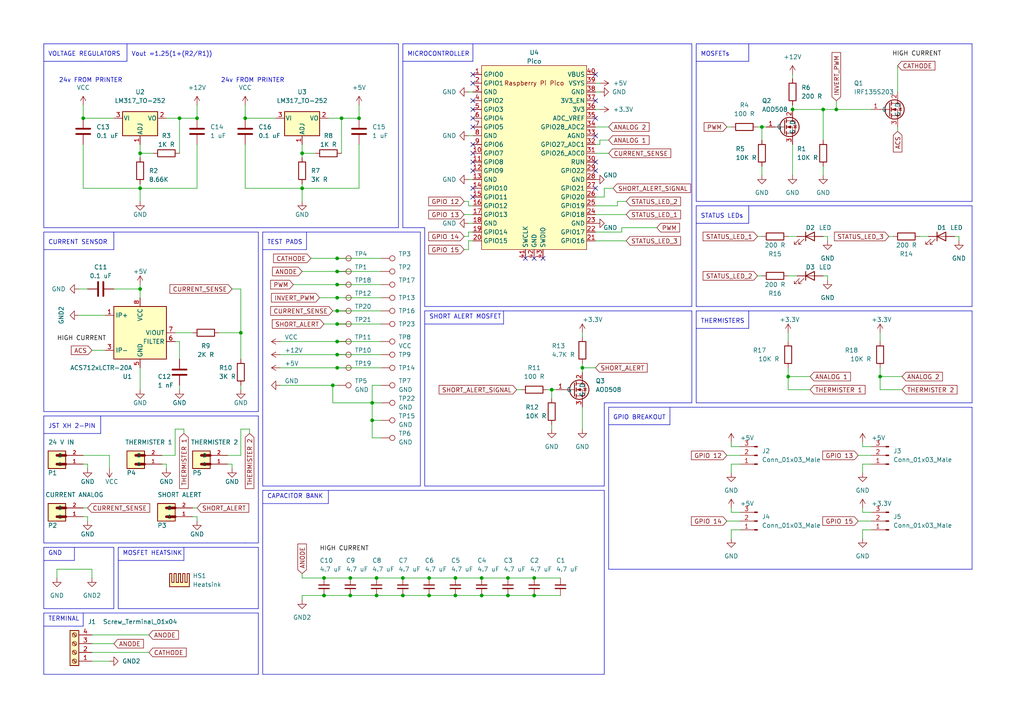
<source format=kicad_sch>
(kicad_sch (version 20230121) (generator eeschema)
  (paper "A4")
  (title_block (title "EDM Motherboard [23.04.20]") (company "Rack Robotics, Inc. "))
  (lib_symbols
    (symbol "Connector:Conn_01x03_Male" (pin_names (offset 1.016) hide)
      (property "Reference" "J" (at 0 5.08 0))
      (property "Value" "Conn_01x03_Male" (at 0 -5.08 0))
      (symbol "Conn_01x03_Male_1_1"
        (pin passive line (at 5.08 2.54 180) (length 3.81) (name "Pin_1") (number "1"))
        (pin passive line (at 5.08 0 180) (length 3.81) (name "Pin_2") (number "2"))
        (pin passive line (at 5.08 -2.54 180) (length 3.81) (name "Pin_3") (number "3"))
      )
    )
    (symbol "Connector:Screw_Terminal_01x04" (pin_names (offset 1.016) hide)
      (property "Reference" "J" (at 0 5.08 0))
      (property "Value" "Screw_Terminal_01x04" (at 0 -7.62 0))
      (symbol "Screw_Terminal_01x04_1_1"
        (pin passive line (at -5.08 2.54 0) (length 3.81) (name "Pin_1") (number "1"))
        (pin passive line (at -5.08 0 0) (length 3.81) (name "Pin_2") (number "2"))
        (pin passive line (at -5.08 -2.54 0) (length 3.81) (name "Pin_3") (number "3"))
        (pin passive line (at -5.08 -5.08 0) (length 3.81) (name "Pin_4") (number "4"))
      )
    )
    (symbol "Connector:TestPoint" (pin_numbers hide) (pin_names (offset 0.762) hide)
      (property "Reference" "TP" (at 0 6.858 0))
      (property "Value" "TestPoint" (at 0 5.08 0))
      (symbol "TestPoint_1_1"
        (pin passive line (at 0 0 90) (length 2.54) (name "1") (number "1"))
      )
    )
    (symbol "Device:C" (pin_numbers hide) (pin_names (offset 0.254))
      (property "Reference" "C" (at 0.635 2.54 0))
      (property "Value" "C" (at 0.635 -2.54 0))
      (symbol "C_1_1"
        (pin passive line (at 0 3.81 270) (length 2.794) (name "~") (number "1"))
        (pin passive line (at 0 -3.81 90) (length 2.794) (name "~") (number "2"))
      )
    )
    (symbol "Device:C_Small" (pin_numbers hide) (pin_names (offset 0.254) hide)
      (property "Reference" "C" (at 0.254 1.778 0))
      (property "Value" "C_Small" (at 0.254 -2.032 0))
      (symbol "C_Small_1_1"
        (pin passive line (at 0 2.54 270) (length 2.032) (name "~") (number "1"))
        (pin passive line (at 0 -2.54 90) (length 2.032) (name "~") (number "2"))
      )
    )
    (symbol "Device:LED" (pin_numbers hide) (pin_names (offset 1.016) hide)
      (property "Reference" "D" (at 0 2.54 0))
      (property "Value" "LED" (at 0 -2.54 0))
      (symbol "LED_1_1"
        (pin passive line (at -3.81 0 0) (length 2.54) (name "K") (number "1"))
        (pin passive line (at 3.81 0 180) (length 2.54) (name "A") (number "2"))
      )
    )
    (symbol "Device:R" (pin_numbers hide) (pin_names (offset 0))
      (property "Reference" "R" (at 2.032 0 90))
      (property "Value" "R" (at 0 0 90))
      (symbol "R_1_1"
        (pin passive line (at 0 3.81 270) (length 1.27) (name "~") (number "1"))
        (pin passive line (at 0 -3.81 90) (length 1.27) (name "~") (number "2"))
      )
    )
    (symbol "Johns_Library:AOD508"
      (property "Reference" "Q" (at 2.54 -2.54 0))
      (property "Value" "AOD508" (at 8.89 2.54 0))
      (symbol "AOD508_1_1"
        (pin input line (at -7.62 0 0) (length 2.54) (name "G") (number "1"))
        (pin passive line (at 0 5.08 270) (length 2.54) (name "D") (number "2"))
        (pin passive line (at 0 -5.08 90) (length 2.54) (name "S") (number "3"))
      )
    )
    (symbol "Johns_Library:IRF135S203"
      (property "Reference" "Q" (at 2.54 -2.54 0))
      (property "Value" "IRF135S203" (at 7.62 2.54 0))
      (symbol "IRF135S203_1_1"
        (pin input line (at -7.62 0 0) (length 2.54) (name "G") (number "1"))
        (pin passive line (at 0 5.08 270) (length 2.54) (name "D") (number "2"))
        (pin passive line (at 0 -5.08 90) (length 2.54) (name "S") (number "3"))
      )
    )
    (symbol "Johns_Library:Pico"
      (property "Reference" "U" (at -13.97 27.94 0))
      (property "Value" "Pico" (at 0 19.05 0))
      (symbol "Pico_0_0"
        (text "Raspberry Pi Pico" (at 0 21.59 0) (effects (font (size 1.27 1.27))))
      )
      (symbol "Pico_1_1"
        (pin bidirectional line (at -17.78 24.13 0) (length 2.54) (name "GPIO0") (number "1"))
        (pin bidirectional line (at -17.78 1.27 0) (length 2.54) (name "GPIO7") (number "10"))
        (pin bidirectional line (at -17.78 -1.27 0) (length 2.54) (name "GPIO8") (number "11"))
        (pin bidirectional line (at -17.78 -3.81 0) (length 2.54) (name "GPIO9") (number "12"))
        (pin power_in line (at -17.78 -6.35 0) (length 2.54) (name "GND") (number "13"))
        (pin bidirectional line (at -17.78 -8.89 0) (length 2.54) (name "GPIO10") (number "14"))
        (pin bidirectional line (at -17.78 -11.43 0) (length 2.54) (name "GPIO11") (number "15"))
        (pin bidirectional line (at -17.78 -13.97 0) (length 2.54) (name "GPIO12") (number "16"))
        (pin bidirectional line (at -17.78 -16.51 0) (length 2.54) (name "GPIO13") (number "17"))
        (pin power_in line (at -17.78 -19.05 0) (length 2.54) (name "GND") (number "18"))
        (pin bidirectional line (at -17.78 -21.59 0) (length 2.54) (name "GPIO14") (number "19"))
        (pin bidirectional line (at -17.78 21.59 0) (length 2.54) (name "GPIO1") (number "2"))
        (pin bidirectional line (at -17.78 -24.13 0) (length 2.54) (name "GPIO15") (number "20"))
        (pin bidirectional line (at 17.78 -24.13 180) (length 2.54) (name "GPIO16") (number "21"))
        (pin bidirectional line (at 17.78 -21.59 180) (length 2.54) (name "GPIO17") (number "22"))
        (pin power_in line (at 17.78 -19.05 180) (length 2.54) (name "GND") (number "23"))
        (pin bidirectional line (at 17.78 -16.51 180) (length 2.54) (name "GPIO18") (number "24"))
        (pin bidirectional line (at 17.78 -13.97 180) (length 2.54) (name "GPIO19") (number "25"))
        (pin bidirectional line (at 17.78 -11.43 180) (length 2.54) (name "GPIO20") (number "26"))
        (pin bidirectional line (at 17.78 -8.89 180) (length 2.54) (name "GPIO21") (number "27"))
        (pin power_in line (at 17.78 -6.35 180) (length 2.54) (name "GND") (number "28"))
        (pin bidirectional line (at 17.78 -3.81 180) (length 2.54) (name "GPIO22") (number "29"))
        (pin power_in line (at -17.78 19.05 0) (length 2.54) (name "GND") (number "3"))
        (pin input line (at 17.78 -1.27 180) (length 2.54) (name "RUN") (number "30"))
        (pin bidirectional line (at 17.78 1.27 180) (length 2.54) (name "GPIO26_ADC0") (number "31"))
        (pin bidirectional line (at 17.78 3.81 180) (length 2.54) (name "GPIO27_ADC1") (number "32"))
        (pin power_in line (at 17.78 6.35 180) (length 2.54) (name "AGND") (number "33"))
        (pin bidirectional line (at 17.78 8.89 180) (length 2.54) (name "GPIO28_ADC2") (number "34"))
        (pin power_in line (at 17.78 11.43 180) (length 2.54) (name "ADC_VREF") (number "35"))
        (pin power_in line (at 17.78 13.97 180) (length 2.54) (name "3V3") (number "36"))
        (pin input line (at 17.78 16.51 180) (length 2.54) (name "3V3_EN") (number "37"))
        (pin bidirectional line (at 17.78 19.05 180) (length 2.54) (name "GND") (number "38"))
        (pin power_in line (at 17.78 21.59 180) (length 2.54) (name "VSYS") (number "39"))
        (pin bidirectional line (at -17.78 16.51 0) (length 2.54) (name "GPIO2") (number "4"))
        (pin power_in line (at 17.78 24.13 180) (length 2.54) (name "VBUS") (number "40"))
        (pin input line (at -2.54 -29.21 90) (length 2.54) (name "SWCLK") (number "41"))
        (pin power_in line (at 0 -29.21 90) (length 2.54) (name "GND") (number "42"))
        (pin bidirectional line (at 2.54 -29.21 90) (length 2.54) (name "SWDIO") (number "43"))
        (pin bidirectional line (at -17.78 13.97 0) (length 2.54) (name "GPIO3") (number "5"))
        (pin bidirectional line (at -17.78 11.43 0) (length 2.54) (name "GPIO4") (number "6"))
        (pin bidirectional line (at -17.78 8.89 0) (length 2.54) (name "GPIO5") (number "7"))
        (pin power_in line (at -17.78 6.35 0) (length 2.54) (name "GND") (number "8"))
        (pin bidirectional line (at -17.78 3.81 0) (length 2.54) (name "GPIO6") (number "9"))
      )
    )
    (symbol "Johns_Library:S2B-XH-A(LF)(SN)" (pin_names (offset 1.016))
      (property "Reference" "P" (at -2.544 2.544 0))
      (property "Value" "S2B-XH-A(LF)(SN)" (at -7.62 3.81 0))
      (property "Footprint" "Johns_Library:JST_S2B-XH-A(LF)(SN)" (at -1.27 -5.08 0))
      (symbol "S2B-XH-A(LF)(SN)_0_0"
        (pin passive line (at -7.62 1.27 0) (length 5.08) (name "1") (number "1"))
        (pin passive line (at -7.62 -1.27 0) (length 5.08) (name "2") (number "2"))
      )
    )
    (symbol "Mechanical:Heatsink" (pin_names (offset 1.016))
      (property "Reference" "HS" (at 0 5.08 0))
      (property "Value" "Heatsink" (at 0 -1.27 0))
    )
    (symbol "Regulator_Linear:LM317_TO-252" (pin_names (offset 0.254))
      (property "Reference" "U" (at -3.81 3.175 0))
      (property "Value" "LM317_TO-252" (at 0 3.175 0))
      (symbol "LM317_TO-252_1_1"
        (pin input line (at 0 -7.62 90) (length 2.54) (name "ADJ") (number "1"))
        (pin power_out line (at 7.62 0 180) (length 2.54) (name "VO") (number "2"))
        (pin power_in line (at -7.62 0 0) (length 2.54) (name "VI") (number "3"))
      )
    )
    (symbol "Sensor_Current:ACS712xLCTR-20A"
      (property "Reference" "U" (at 2.54 11.43 0))
      (property "Value" "ACS712xLCTR-20A" (at 2.54 8.89 0))
      (symbol "ACS712xLCTR-20A_1_1"
        (pin passive line (at -10.16 5.08 0) (length 2.54) (name "IP+") (number "1"))
        (pin passive line (at -10.16 5.08 0) (length 2.54) hide (name "IP+") (number "2"))
        (pin passive line (at -10.16 -5.08 0) (length 2.54) (name "IP-") (number "3"))
        (pin passive line (at -10.16 -5.08 0) (length 2.54) hide (name "IP-") (number "4"))
        (pin power_in line (at 0 -10.16 90) (length 2.54) (name "GND") (number "5"))
        (pin passive line (at 10.16 -2.54 180) (length 2.54) (name "FILTER") (number "6"))
        (pin output line (at 10.16 0 180) (length 2.54) (name "VIOUT") (number "7"))
        (pin power_in line (at 0 10.16 270) (length 2.54) (name "VCC") (number "8"))
      )
    )
    (symbol "power:+12V" (power) (pin_names (offset 0))
      (property "Value" "+12V" (at 0 3.556 0))
      (symbol "+12V_1_1"
        (pin power_in line (at 0 0 90) (length 0) hide (name "+12V") (number "1"))
      )
    )
    (symbol "power:+3.3V" (power) (pin_names (offset 0))
      (property "Value" "+3.3V" (at 0 3.556 0))
      (symbol "+3.3V_1_1"
        (pin power_in line (at 0 0 90) (length 0) hide (name "+3.3V") (number "1"))
      )
    )
    (symbol "power:+5V" (power) (pin_names (offset 0))
      (property "Value" "+5V" (at 0 3.556 0))
      (symbol "+5V_1_1"
        (pin power_in line (at 0 0 90) (length 0) hide (name "+5V") (number "1"))
      )
    )
    (symbol "power:GND" (power) (pin_names (offset 0))
      (property "Value" "GND" (at 0 -3.81 0))
      (symbol "GND_1_1"
        (pin power_in line (at 0 0 270) (length 0) hide (name "GND") (number "1"))
      )
    )
    (symbol "power:GND2" (power) (pin_names (offset 0))
      (property "Value" "GND2" (at 0 -3.81 0))
      (symbol "GND2_1_1"
        (pin power_in line (at 0 0 270) (length 0) hide (name "GND2") (number "1"))
      )
    )
    (symbol "power:VCC" (power) (pin_names (offset 0))
      (property "Value" "VCC" (at 0 3.81 0))
      (symbol "VCC_1_1"
        (pin power_in line (at 0 0 90) (length 0) hide (name "VCC") (number "1"))
      )
    )
  )
  (junction (at 104.14 34.29))
  (junction (at 116.84 167.64))
  (junction (at 57.15 34.29))
  (junction (at 132.08 167.64))
  (junction (at 97.79 74.93))
  (junction (at 228.6 109.22))
  (junction (at 107.95 116.84))
  (junction (at 40.64 83.82))
  (junction (at 99.06 34.29))
  (junction (at 109.22 167.64))
  (junction (at 96.52 111.76))
  (junction (at 97.79 90.17))
  (junction (at 132.08 172.72))
  (junction (at 139.7 167.64))
  (junction (at 97.79 102.87))
  (junction (at 40.64 44.45))
  (junction (at 147.32 172.72))
  (junction (at 93.98 172.72))
  (junction (at 154.94 167.64))
  (junction (at 101.6 167.64))
  (junction (at 168.91 106.68))
  (junction (at 242.57 31.75))
  (junction (at 160.02 113.03))
  (junction (at 154.94 172.72))
  (junction (at 97.79 82.55))
  (junction (at 147.32 167.64))
  (junction (at 97.79 106.68))
  (junction (at 124.46 172.72))
  (junction (at 97.79 99.06))
  (junction (at 97.79 78.74))
  (junction (at 71.12 34.29))
  (junction (at 69.85 96.52))
  (junction (at 101.6 172.72))
  (junction (at 116.84 172.72))
  (junction (at 97.79 93.98))
  (junction (at 24.13 34.29))
  (junction (at 220.98 36.83))
  (junction (at 139.7 172.72))
  (junction (at 40.64 54.61))
  (junction (at 87.63 44.45))
  (junction (at 97.79 86.36))
  (junction (at 87.63 54.61))
  (junction (at 255.27 109.22))
  (junction (at 93.98 167.64))
  (junction (at 109.22 172.72))
  (junction (at 238.76 31.75))
  (junction (at 124.46 167.64))
  (junction (at 52.07 34.29))
  (junction (at 229.87 31.75))
  (junction (at 107.95 121.92))
  (no_connect (at 137.16 46.99))
  (no_connect (at 172.72 21.59))
  (no_connect (at 137.16 49.53))
  (no_connect (at 157.48 74.93))
  (no_connect (at 137.16 54.61))
  (no_connect (at 137.16 57.15))
  (no_connect (at 172.72 54.61))
  (no_connect (at 137.16 31.75))
  (no_connect (at 137.16 34.29))
  (no_connect (at 172.72 34.29))
  (no_connect (at 137.16 44.45))
  (no_connect (at 137.16 29.21))
  (no_connect (at 172.72 29.21))
  (no_connect (at 172.72 39.37))
  (no_connect (at 137.16 41.91))
  (no_connect (at 172.72 49.53))
  (no_connect (at 137.16 21.59))
  (no_connect (at 152.4 74.93))
  (no_connect (at 154.94 74.93))
  (no_connect (at 137.16 36.83))
  (no_connect (at 137.16 24.13))
  (no_connect (at 172.72 46.99))
  (wire (pts (xy 25.4 134.62) (xy 25.4 135.89)))
  (wire (pts (xy 219.71 36.83) (xy 220.98 36.83)))
  (polyline (pts (xy 123.19 93.98) (xy 146.05 93.98)))
  (polyline (pts (xy 21.59 162.56) (xy 21.59 158.75)))
  (wire (pts (xy 87.63 53.34) (xy 87.63 54.61)))
  (wire (pts (xy 172.72 31.75) (xy 173.99 31.75)))
  (wire (pts (xy 242.57 31.75) (xy 252.73 31.75)))
  (wire (pts (xy 220.98 48.26) (xy 220.98 50.8)))
  (wire (pts (xy 255.27 113.03) (xy 261.62 113.03)))
  (wire (pts (xy 50.8 96.52) (xy 55.88 96.52)))
  (wire (pts (xy 238.76 80.01) (xy 240.03 80.01)))
  (polyline (pts (xy 200.66 88.9) (xy 200.66 12.7)))
  (polyline (pts (xy 12.7 67.31) (xy 12.7 119.38)))
  (wire (pts (xy 107.95 116.84) (xy 107.95 121.92)))
  (wire (pts (xy 40.64 41.91) (xy 40.64 44.45)))
  (wire (pts (xy 260.35 19.05) (xy 260.35 26.67)))
  (wire (pts (xy 212.09 128.27) (xy 212.09 129.54)))
  (wire (pts (xy 173.99 24.13) (xy 172.72 24.13)))
  (wire (pts (xy 212.09 137.16) (xy 212.09 134.62)))
  (polyline (pts (xy 116.84 17.78) (xy 137.16 17.78)))
  (wire (pts (xy 97.79 86.36) (xy 92.71 86.36)))
  (wire (pts (xy 219.71 80.01) (xy 220.98 80.01)))
  (wire (pts (xy 116.84 172.72) (xy 124.46 172.72)))
  (wire (pts (xy 52.07 99.06) (xy 52.07 104.14)))
  (wire (pts (xy 242.57 29.21) (xy 242.57 31.75)))
  (wire (pts (xy 26.67 165.1) (xy 26.67 167.64)))
  (wire (pts (xy 172.72 44.45) (xy 176.53 44.45)))
  (wire (pts (xy 139.7 172.72) (xy 147.32 172.72)))
  (polyline (pts (xy 146.05 93.98) (xy 146.05 90.17)))
  (wire (pts (xy 97.79 93.98) (xy 110.49 93.98)))
  (wire (pts (xy 172.72 36.83) (xy 176.53 36.83)))
  (wire (pts (xy 97.79 90.17) (xy 110.49 90.17)))
  (wire (pts (xy 250.19 148.59) (xy 252.73 148.59)))
  (wire (pts (xy 212.09 156.21) (xy 212.09 153.67)))
  (polyline (pts (xy 217.17 64.77) (xy 217.17 59.69)))
  (wire (pts (xy 48.26 34.29) (xy 52.07 34.29)))
  (wire (pts (xy 71.12 30.48) (xy 71.12 34.29)))
  (wire (pts (xy 52.07 111.76) (xy 52.07 113.03)))
  (wire (pts (xy 69.85 124.46) (xy 72.39 124.46)))
  (wire (pts (xy 87.63 44.45) (xy 87.63 45.72)))
  (wire (pts (xy 149.86 113.03) (xy 151.13 113.03)))
  (polyline (pts (xy 74.93 157.48) (xy 71.12 157.48)))
  (polyline (pts (xy 12.7 12.7) (xy 115.57 12.7)))
  (polyline (pts (xy 201.93 12.7) (xy 281.94 12.7)))
  (wire (pts (xy 132.08 172.72) (xy 139.7 172.72)))
  (wire (pts (xy 66.04 132.08) (xy 69.85 132.08)))
  (polyline (pts (xy 281.94 165.1) (xy 281.94 118.11)))
  (wire (pts (xy 50.8 99.06) (xy 52.07 99.06)))
  (wire (pts (xy 104.14 34.29) (xy 104.14 30.48)))
  (wire (pts (xy 87.63 172.72) (xy 93.98 172.72)))
  (wire (pts (xy 16.51 165.1) (xy 26.67 165.1)))
  (wire (pts (xy 22.86 83.82) (xy 25.4 83.82)))
  (wire (pts (xy 278.13 68.58) (xy 278.13 69.85)))
  (wire (pts (xy 276.86 68.58) (xy 278.13 68.58)))
  (wire (pts (xy 180.34 66.04) (xy 190.5 66.04)))
  (wire (pts (xy 101.6 167.64) (xy 109.22 167.64)))
  (wire (pts (xy 229.87 21.59) (xy 229.87 22.86)))
  (polyline (pts (xy 24.13 181.61) (xy 24.13 177.8)))
  (wire (pts (xy 255.27 96.52) (xy 255.27 99.06)))
  (wire (pts (xy 240.03 68.58) (xy 240.03 69.85)))
  (wire (pts (xy 172.72 62.23) (xy 181.61 62.23)))
  (wire (pts (xy 212.09 129.54) (xy 214.63 129.54)))
  (wire (pts (xy 135.89 52.07) (xy 137.16 52.07)))
  (wire (pts (xy 69.85 83.82) (xy 69.85 96.52)))
  (wire (pts (xy 175.26 54.61) (xy 175.26 57.15)))
  (polyline (pts (xy 76.2 146.05) (xy 95.25 146.05)))
  (wire (pts (xy 26.67 189.23) (xy 43.18 189.23)))
  (polyline (pts (xy 95.25 146.05) (xy 95.25 142.24)))
  (polyline (pts (xy 76.2 72.39) (xy 88.9 72.39)))
  (wire (pts (xy 228.6 68.58) (xy 231.14 68.58)))
  (wire (pts (xy 250.19 137.16) (xy 250.19 134.62)))
  (wire (pts (xy 134.62 62.23) (xy 137.16 62.23)))
  (wire (pts (xy 147.32 167.64) (xy 154.94 167.64)))
  (wire (pts (xy 257.81 68.58) (xy 259.08 68.58)))
  (wire (pts (xy 154.94 167.64) (xy 162.56 167.64)))
  (wire (pts (xy 110.49 127) (xy 107.95 127)))
  (wire (pts (xy 168.91 96.52) (xy 168.91 97.79)))
  (polyline (pts (xy 123.19 140.97) (xy 175.26 140.97)))
  (polyline (pts (xy 281.94 58.42) (xy 281.94 12.7)))
  (wire (pts (xy 71.12 41.91) (xy 71.12 54.61)))
  (wire (pts (xy 57.15 41.91) (xy 57.15 54.61)))
  (polyline (pts (xy 74.93 120.65) (xy 74.93 157.48)))
  (polyline (pts (xy 88.9 72.39) (xy 88.9 67.31)))
  (polyline (pts (xy 12.7 119.38) (xy 74.93 119.38)))
  (polyline (pts (xy 123.19 12.7) (xy 116.84 12.7)))
  (polyline (pts (xy 123.19 90.17) (xy 200.66 90.17)))
  (wire (pts (xy 139.7 167.64) (xy 147.32 167.64)))
  (wire (pts (xy 135.89 72.39) (xy 134.62 72.39)))
  (wire (pts (xy 24.13 132.08) (xy 31.75 132.08)))
  (wire (pts (xy 69.85 132.08) (xy 69.85 124.46)))
  (polyline (pts (xy 29.21 125.73) (xy 29.21 120.65)))
  (polyline (pts (xy 176.53 165.1) (xy 281.94 165.1)))
  (wire (pts (xy 33.02 83.82) (xy 40.64 83.82)))
  (polyline (pts (xy 53.34 162.56) (xy 53.34 158.75)))
  (wire (pts (xy 172.72 69.85) (xy 181.61 69.85)))
  (wire (pts (xy 24.13 147.32) (xy 25.4 147.32)))
  (polyline (pts (xy 33.02 67.31) (xy 33.02 72.39)))
  (polyline (pts (xy 121.92 140.97) (xy 76.2 140.97)))
  (polyline (pts (xy 76.2 67.31) (xy 121.92 67.31)))
  (wire (pts (xy 81.28 111.76) (xy 96.52 111.76)))
  (wire (pts (xy 81.28 102.87) (xy 97.79 102.87)))
  (wire (pts (xy 71.12 54.61) (xy 87.63 54.61)))
  (wire (pts (xy 212.09 148.59) (xy 214.63 148.59)))
  (wire (pts (xy 101.6 172.72) (xy 109.22 172.72)))
  (polyline (pts (xy 33.02 72.39) (xy 12.7 72.39)))
  (wire (pts (xy 109.22 172.72) (xy 116.84 172.72)))
  (polyline (pts (xy 201.93 90.17) (xy 281.94 90.17)))
  (wire (pts (xy 228.6 109.22) (xy 228.6 113.03)))
  (polyline (pts (xy 36.83 12.7) (xy 36.83 17.78)))
  (polyline (pts (xy 176.53 118.11) (xy 176.53 165.1)))
  (wire (pts (xy 168.91 105.41) (xy 168.91 106.68)))
  (wire (pts (xy 172.72 67.31) (xy 180.34 67.31)))
  (wire (pts (xy 168.91 106.68) (xy 172.72 106.68)))
  (wire (pts (xy 107.95 116.84) (xy 110.49 116.84)))
  (polyline (pts (xy 116.84 12.7) (xy 116.84 66.04)))
  (wire (pts (xy 154.94 172.72) (xy 162.56 172.72)))
  (polyline (pts (xy 74.93 195.58) (xy 74.93 177.8)))
  (polyline (pts (xy 217.17 17.78) (xy 217.17 12.7)))
  (wire (pts (xy 238.76 48.26) (xy 238.76 50.8)))
  (polyline (pts (xy 281.94 116.84) (xy 281.94 90.17)))
  (polyline (pts (xy 12.7 176.53) (xy 33.02 176.53)))
  (wire (pts (xy 97.79 78.74) (xy 110.49 78.74)))
  (wire (pts (xy 40.64 83.82) (xy 40.64 86.36)))
  (wire (pts (xy 81.28 99.06) (xy 97.79 99.06)))
  (polyline (pts (xy 201.93 12.7) (xy 201.93 58.42)))
  (wire (pts (xy 238.76 31.75) (xy 238.76 40.64)))
  (polyline (pts (xy 12.7 120.65) (xy 12.7 157.48)))
  (wire (pts (xy 135.89 67.31) (xy 135.89 68.58)))
  (wire (pts (xy 255.27 106.68) (xy 255.27 109.22)))
  (polyline (pts (xy 76.2 67.31) (xy 76.2 140.97)))
  (wire (pts (xy 135.89 64.77) (xy 137.16 64.77)))
  (wire (pts (xy 85.09 82.55) (xy 97.79 82.55)))
  (wire (pts (xy 50.8 124.46) (xy 53.34 124.46)))
  (wire (pts (xy 67.31 83.82) (xy 69.85 83.82)))
  (wire (pts (xy 242.57 31.75) (xy 238.76 31.75)))
  (polyline (pts (xy 76.2 142.24) (xy 175.26 142.24)))
  (wire (pts (xy 160.02 113.03) (xy 161.29 113.03)))
  (wire (pts (xy 168.91 118.11) (xy 168.91 124.46)))
  (wire (pts (xy 135.89 58.42) (xy 135.89 59.69)))
  (polyline (pts (xy 176.53 118.11) (xy 281.94 118.11)))
  (polyline (pts (xy 12.7 158.75) (xy 33.02 158.75)))
  (wire (pts (xy 40.64 53.34) (xy 40.64 54.61)))
  (polyline (pts (xy 12.7 195.58) (xy 74.93 195.58)))
  (polyline (pts (xy 74.93 119.38) (xy 74.93 67.31)))
  (wire (pts (xy 135.89 59.69) (xy 137.16 59.69)))
  (wire (pts (xy 110.49 121.92) (xy 107.95 121.92)))
  (wire (pts (xy 134.62 58.42) (xy 135.89 58.42)))
  (polyline (pts (xy 12.7 125.73) (xy 29.21 125.73)))
  (wire (pts (xy 57.15 34.29) (xy 57.15 30.48)))
  (wire (pts (xy 228.6 80.01) (xy 231.14 80.01)))
  (wire (pts (xy 107.95 111.76) (xy 107.95 116.84)))
  (wire (pts (xy 96.52 111.76) (xy 96.52 116.84)))
  (wire (pts (xy 53.34 124.46) (xy 53.34 125.73)))
  (wire (pts (xy 57.15 149.86) (xy 57.15 151.13)))
  (polyline (pts (xy 115.57 66.04) (xy 12.7 66.04)))
  (polyline (pts (xy 74.93 176.53) (xy 34.29 176.53)))
  (polyline (pts (xy 194.31 123.19) (xy 194.31 118.11)))
  (wire (pts (xy 16.51 165.1) (xy 16.51 167.64)))
  (polyline (pts (xy 201.93 88.9) (xy 281.94 88.9)))
  (wire (pts (xy 26.67 184.15) (xy 43.18 184.15)))
  (wire (pts (xy 97.79 102.87) (xy 110.49 102.87)))
  (polyline (pts (xy 175.26 195.58) (xy 175.26 142.24)))
  (wire (pts (xy 46.99 132.08) (xy 50.8 132.08)))
  (wire (pts (xy 107.95 121.92) (xy 107.95 127)))
  (wire (pts (xy 50.8 132.08) (xy 50.8 124.46)))
  (wire (pts (xy 24.13 54.61) (xy 40.64 54.61)))
  (wire (pts (xy 46.99 134.62) (xy 48.26 134.62)))
  (polyline (pts (xy 34.29 162.56) (xy 53.34 162.56)))
  (wire (pts (xy 260.35 36.83) (xy 260.35 38.1)))
  (wire (pts (xy 81.28 106.68) (xy 97.79 106.68)))
  (wire (pts (xy 93.98 172.72) (xy 101.6 172.72)))
  (polyline (pts (xy 12.7 157.48) (xy 71.12 157.48)))
  (wire (pts (xy 67.31 134.62) (xy 67.31 135.89)))
  (wire (pts (xy 87.63 41.91) (xy 87.63 44.45)))
  (wire (pts (xy 179.07 59.69) (xy 179.07 58.42)))
  (wire (pts (xy 116.84 167.64) (xy 124.46 167.64)))
  (wire (pts (xy 24.13 149.86) (xy 25.4 149.86)))
  (wire (pts (xy 110.49 111.76) (xy 107.95 111.76)))
  (polyline (pts (xy 281.94 88.9) (xy 281.94 59.69)))
  (polyline (pts (xy 12.7 177.8) (xy 12.7 195.58)))
  (wire (pts (xy 87.63 44.45) (xy 91.44 44.45)))
  (wire (pts (xy 97.79 86.36) (xy 110.49 86.36)))
  (wire (pts (xy 229.87 31.75) (xy 238.76 31.75)))
  (wire (pts (xy 93.98 93.98) (xy 97.79 93.98)))
  (wire (pts (xy 97.79 74.93) (xy 110.49 74.93)))
  (wire (pts (xy 87.63 167.64) (xy 93.98 167.64)))
  (wire (pts (xy 135.89 69.85) (xy 137.16 69.85)))
  (polyline (pts (xy 175.26 116.84) (xy 200.66 116.84)))
  (wire (pts (xy 210.82 132.08) (xy 214.63 132.08)))
  (wire (pts (xy 48.26 134.62) (xy 48.26 135.89)))
  (polyline (pts (xy 12.7 12.7) (xy 12.7 66.04)))
  (wire (pts (xy 238.76 68.58) (xy 240.03 68.58)))
  (wire (pts (xy 72.39 124.46) (xy 72.39 125.73)))
  (polyline (pts (xy 12.7 162.56) (xy 21.59 162.56)))
  (polyline (pts (xy 34.29 158.75) (xy 74.93 158.75)))
  (wire (pts (xy 173.99 40.64) (xy 173.99 41.91)))
  (wire (pts (xy 250.19 134.62) (xy 252.73 134.62)))
  (wire (pts (xy 135.89 26.67) (xy 137.16 26.67)))
  (polyline (pts (xy 175.26 140.97) (xy 175.26 116.84)))
  (wire (pts (xy 52.07 34.29) (xy 57.15 34.29)))
  (polyline (pts (xy 123.19 66.04) (xy 123.19 88.9)))
  (wire (pts (xy 87.63 78.74) (xy 97.79 78.74)))
  (wire (pts (xy 55.88 149.86) (xy 57.15 149.86)))
  (wire (pts (xy 87.63 166.37) (xy 87.63 167.64)))
  (polyline (pts (xy 201.93 95.25) (xy 217.17 95.25)))
  (wire (pts (xy 160.02 123.19) (xy 160.02 124.46)))
  (wire (pts (xy 210.82 151.13) (xy 214.63 151.13)))
  (wire (pts (xy 228.6 109.22) (xy 234.95 109.22)))
  (polyline (pts (xy 200.66 90.17) (xy 200.66 116.84)))
  (wire (pts (xy 135.89 39.37) (xy 137.16 39.37)))
  (wire (pts (xy 99.06 34.29) (xy 104.14 34.29)))
  (wire (pts (xy 212.09 134.62) (xy 214.63 134.62)))
  (wire (pts (xy 255.27 109.22) (xy 255.27 113.03)))
  (polyline (pts (xy 201.93 59.69) (xy 281.94 59.69)))
  (wire (pts (xy 25.4 149.86) (xy 25.4 151.13)))
  (wire (pts (xy 172.72 59.69) (xy 179.07 59.69)))
  (wire (pts (xy 175.26 57.15) (xy 172.72 57.15)))
  (wire (pts (xy 96.52 111.76) (xy 97.79 111.76)))
  (wire (pts (xy 99.06 34.29) (xy 99.06 44.45)))
  (wire (pts (xy 26.67 101.6) (xy 30.48 101.6)))
  (wire (pts (xy 210.82 36.83) (xy 212.09 36.83)))
  (wire (pts (xy 69.85 111.76) (xy 69.85 113.03)))
  (wire (pts (xy 240.03 80.01) (xy 240.03 81.28)))
  (wire (pts (xy 24.13 30.48) (xy 24.13 34.29)))
  (wire (pts (xy 26.67 186.69) (xy 33.02 186.69)))
  (wire (pts (xy 229.87 41.91) (xy 229.87 50.8)))
  (wire (pts (xy 107.95 116.84) (xy 96.52 116.84)))
  (polyline (pts (xy 201.93 116.84) (xy 281.94 116.84)))
  (polyline (pts (xy 115.57 12.7) (xy 115.57 66.04)))
  (polyline (pts (xy 36.83 17.78) (xy 12.7 17.78)))
  (wire (pts (xy 132.08 167.64) (xy 139.7 167.64)))
  (wire (pts (xy 40.64 54.61) (xy 40.64 58.42)))
  (wire (pts (xy 158.75 113.03) (xy 160.02 113.03)))
  (wire (pts (xy 97.79 106.68) (xy 110.49 106.68)))
  (polyline (pts (xy 74.93 158.75) (xy 74.93 176.53)))
  (polyline (pts (xy 137.16 17.78) (xy 137.16 12.7)))
  (polyline (pts (xy 76.2 195.58) (xy 175.26 195.58)))
  (polyline (pts (xy 12.7 177.8) (xy 74.93 177.8)))
  (wire (pts (xy 97.79 82.55) (xy 110.49 82.55)))
  (wire (pts (xy 177.8 54.61) (xy 175.26 54.61)))
  (wire (pts (xy 40.64 106.68) (xy 40.64 113.03)))
  (wire (pts (xy 219.71 68.58) (xy 220.98 68.58)))
  (wire (pts (xy 250.19 129.54) (xy 252.73 129.54)))
  (polyline (pts (xy 176.53 123.19) (xy 194.31 123.19)))
  (wire (pts (xy 124.46 167.64) (xy 132.08 167.64)))
  (polyline (pts (xy 34.29 158.75) (xy 34.29 176.53)))
  (polyline (pts (xy 201.93 58.42) (xy 281.94 58.42)))
  (polyline (pts (xy 76.2 142.24) (xy 76.2 195.58)))
  (wire (pts (xy 90.17 74.93) (xy 97.79 74.93)))
  (wire (pts (xy 180.34 67.31) (xy 180.34 66.04)))
  (polyline (pts (xy 12.7 158.75) (xy 12.7 176.53)))
  (wire (pts (xy 135.89 67.31) (xy 137.16 67.31)))
  (wire (pts (xy 40.64 82.55) (xy 40.64 83.82)))
  (wire (pts (xy 104.14 54.61) (xy 87.63 54.61)))
  (wire (pts (xy 250.19 156.21) (xy 250.19 153.67)))
  (wire (pts (xy 255.27 109.22) (xy 261.62 109.22)))
  (wire (pts (xy 212.09 147.32) (xy 212.09 148.59)))
  (wire (pts (xy 24.13 134.62) (xy 25.4 134.62)))
  (wire (pts (xy 248.92 132.08) (xy 252.73 132.08)))
  (wire (pts (xy 97.79 90.17) (xy 96.52 90.17)))
  (wire (pts (xy 71.12 34.29) (xy 80.01 34.29)))
  (wire (pts (xy 31.75 132.08) (xy 31.75 135.89)))
  (polyline (pts (xy 121.92 67.31) (xy 121.92 140.97)))
  (polyline (pts (xy 123.19 88.9) (xy 200.66 88.9)))
  (wire (pts (xy 55.88 147.32) (xy 57.15 147.32)))
  (polyline (pts (xy 123.19 90.17) (xy 123.19 140.97)))
  (wire (pts (xy 220.98 40.64) (xy 220.98 36.83)))
  (wire (pts (xy 109.22 167.64) (xy 116.84 167.64)))
  (polyline (pts (xy 12.7 181.61) (xy 24.13 181.61)))
  (wire (pts (xy 22.86 91.44) (xy 30.48 91.44)))
  (wire (pts (xy 26.67 191.77) (xy 31.75 191.77)))
  (wire (pts (xy 66.04 134.62) (xy 67.31 134.62)))
  (wire (pts (xy 250.19 128.27) (xy 250.19 129.54)))
  (wire (pts (xy 228.6 106.68) (xy 228.6 109.22)))
  (polyline (pts (xy 201.93 17.78) (xy 217.17 17.78)))
  (wire (pts (xy 93.98 167.64) (xy 101.6 167.64)))
  (wire (pts (xy 95.25 34.29) (xy 99.06 34.29)))
  (wire (pts (xy 179.07 58.42) (xy 181.61 58.42)))
  (wire (pts (xy 87.63 54.61) (xy 87.63 58.42)))
  (wire (pts (xy 124.46 172.72) (xy 132.08 172.72)))
  (wire (pts (xy 134.62 68.58) (xy 135.89 68.58)))
  (wire (pts (xy 220.98 36.83) (xy 222.25 36.83)))
  (polyline (pts (xy 12.7 67.31) (xy 74.93 67.31)))
  (polyline (pts (xy 217.17 95.25) (xy 217.17 90.17)))
  (polyline (pts (xy 123.19 12.7) (xy 200.66 12.7)))
  (wire (pts (xy 212.09 153.67) (xy 214.63 153.67)))
  (wire (pts (xy 135.89 69.85) (xy 135.89 72.39)))
  (wire (pts (xy 172.72 26.67) (xy 173.99 26.67)))
  (wire (pts (xy 250.19 147.32) (xy 250.19 148.59)))
  (wire (pts (xy 168.91 106.68) (xy 168.91 107.95)))
  (wire (pts (xy 69.85 96.52) (xy 69.85 104.14)))
  (wire (pts (xy 147.32 172.72) (xy 154.94 172.72)))
  (wire (pts (xy 24.13 34.29) (xy 33.02 34.29)))
  (polyline (pts (xy 201.93 64.77) (xy 217.17 64.77)))
  (wire (pts (xy 266.7 68.58) (xy 269.24 68.58)))
  (wire (pts (xy 229.87 30.48) (xy 229.87 31.75)))
  (wire (pts (xy 97.79 99.06) (xy 110.49 99.06)))
  (wire (pts (xy 250.19 153.67) (xy 252.73 153.67)))
  (wire (pts (xy 160.02 115.57) (xy 160.02 113.03)))
  (polyline (pts (xy 12.7 120.65) (xy 74.93 120.65)))
  (polyline (pts (xy 116.84 66.04) (xy 123.19 66.04)))
  (wire (pts (xy 228.6 113.03) (xy 234.95 113.03)))
  (polyline (pts (xy 33.02 176.53) (xy 33.02 158.75)))
  (wire (pts (xy 52.07 34.29) (xy 52.07 44.45)))
  (wire (pts (xy 104.14 41.91) (xy 104.14 54.61)))
  (wire (pts (xy 248.92 151.13) (xy 252.73 151.13)))
  (wire (pts (xy 176.53 40.64) (xy 173.99 40.64)))
  (polyline (pts (xy 201.93 90.17) (xy 201.93 116.84)))
  (wire (pts (xy 228.6 96.52) (xy 228.6 99.06)))
  (wire (pts (xy 40.64 44.45) (xy 40.64 45.72)))
  (wire (pts (xy 40.64 54.61) (xy 57.15 54.61)))
  (wire (pts (xy 40.64 44.45) (xy 44.45 44.45)))
  (wire (pts (xy 24.13 41.91) (xy 24.13 54.61)))
  (wire (pts (xy 63.5 96.52) (xy 69.85 96.52)))
  (wire (pts (xy 87.63 173.99) (xy 87.63 172.72)))
  (wire (pts (xy 172.72 41.91) (xy 173.99 41.91)))
  (polyline (pts (xy 201.93 59.69) (xy 201.93 88.9)))
  (text "TEST PADS" (at 77.47 71.12 0) (effects (font (size 1.27 1.27)) (justify left bottom)))
  (text "MICROCONTROLLER" (at 118.11 16.51 0) (effects (font (size 1.27 1.27)) (justify left bottom)))
  (text "JST XH 2-PIN" (at 13.97 124.46 0) (effects (font (size 1.27 1.27)) (justify left bottom)))
  (text "THERMISTERS\n" (at 203.2 93.98 0) (effects (font (size 1.27 1.27)) (justify left bottom)))
  (text "CAPACITOR BANK\n" (at 77.47 144.78 0) (effects (font (size 1.27 1.27)) (justify left bottom)))
  (text "TERMINAL\n" (at 13.97 180.34 0) (effects (font (size 1.27 1.27)) (justify left bottom)))
  (text "24v FROM PRINTER" (at 35.56 24.13 0) (effects (font (size 1.27 1.27)) (justify right bottom)))
  (text "SHORT ALERT MOSFET" (at 124.46 92.71 0) (effects (font (size 1.27 1.27)) (justify left bottom)))
  (text "GPIO BREAKOUT\n" (at 177.8 121.92 0) (effects (font (size 1.27 1.27)) (justify left bottom)))
  (text "24v FROM PRINTER" (at 82.55 24.13 0) (effects (font (size 1.27 1.27)) (justify right bottom)))
  (text "Vout =1.25(1+(R2/R1))" (at 38.1 16.51 0) (effects (font (size 1.27 1.27)) (justify left bottom)))
  (text "MOSFET HEATSINK" (at 35.56 161.29 0) (effects (font (size 1.27 1.27)) (justify left bottom)))
  (text "STATUS LEDs" (at 203.2 63.5 0) (effects (font (size 1.27 1.27)) (justify left bottom)))
  (text "GND" (at 13.97 161.29 0) (effects (font (size 1.27 1.27)) (justify left bottom)))
  (text "VOLTAGE REGULATORS" (at 13.97 16.51 0) (effects (font (size 1.27 1.27)) (justify left bottom)))
  (text "CURRENT SENSOR" (at 13.97 71.12 0) (effects (font (size 1.27 1.27)) (justify left bottom)))
  (text "MOSFETs" (at 203.2 16.51 0) (effects (font (size 1.27 1.27)) (justify left bottom)))
  (label "HIGH CURRENT" (at 92.71 160.02 0))
  (label "HIGH CURRENT" (at 273.05 16.51 180))
  (label "HIGH CURRENT" (at 16.51 99.06 0))
  (global_label "STATUS_LED_1" (shape input) (at 219.71 68.58 180) (property "Intersheetrefs" "${INTERSHEET_REFS}" (effects hide)))
  (global_label "ANODE" (shape input) (at 87.63 78.74 180) (property "Intersheetrefs" "${INTERSHEET_REFS}" (effects hide)))
  (global_label "GPIO 15" (shape input) (at 248.92 151.13 180) (property "Intersheetrefs" "${INTERSHEET_REFS}" (effects hide)))
  (global_label "ANODE" (shape input) (at 87.63 166.37 90) (property "Intersheetrefs" "${INTERSHEET_REFS}" (effects hide)))
  (global_label "ACS" (shape input) (at 26.67 101.6 180) (property "Intersheetrefs" "${INTERSHEET_REFS}" (effects hide)))
  (global_label "SHORT_ALERT_SIGNAL" (shape input) (at 149.86 113.03 180) (property "Intersheetrefs" "${INTERSHEET_REFS}" (effects hide)))
  (global_label "INVERT_PWM" (shape input) (at 92.71 86.36 180) (property "Intersheetrefs" "${INTERSHEET_REFS}" (effects hide)))
  (global_label "GPIO 14" (shape input) (at 210.82 151.13 180) (property "Intersheetrefs" "${INTERSHEET_REFS}" (effects hide)))
  (global_label "THERMISTER 1" (shape input) (at 234.95 113.03 0) (property "Intersheetrefs" "${INTERSHEET_REFS}" (effects hide)))
  (global_label "SHORT_ALERT" (shape input) (at 57.15 147.32 0) (property "Intersheetrefs" "${INTERSHEET_REFS}" (effects hide)))
  (global_label "CURRENT_SENSE" (shape input) (at 25.4 147.32 0) (property "Intersheetrefs" "${INTERSHEET_REFS}" (effects hide)))
  (global_label "GPIO 13" (shape input) (at 248.92 132.08 180) (property "Intersheetrefs" "${INTERSHEET_REFS}" (effects hide)))
  (global_label "CURRENT_SENSE" (shape input) (at 176.53 44.45 0) (property "Intersheetrefs" "${INTERSHEET_REFS}" (effects hide)))
  (global_label "ANALOG 2" (shape input) (at 261.62 109.22 0) (property "Intersheetrefs" "${INTERSHEET_REFS}" (effects hide)))
  (global_label "INVERT_PWM" (shape input) (at 242.57 29.21 90) (property "Intersheetrefs" "${INTERSHEET_REFS}" (effects hide)))
  (global_label "THERMISTER 1" (shape input) (at 53.34 125.73 270) (property "Intersheetrefs" "${INTERSHEET_REFS}" (effects hide)))
  (global_label "CATHODE" (shape input) (at 43.18 189.23 0) (property "Intersheetrefs" "${INTERSHEET_REFS}" (effects hide)))
  (global_label "STATUS_LED_1" (shape input) (at 181.61 62.23 0) (property "Intersheetrefs" "${INTERSHEET_REFS}" (effects hide)))
  (global_label "THERMISTER 2" (shape input) (at 261.62 113.03 0) (property "Intersheetrefs" "${INTERSHEET_REFS}" (effects hide)))
  (global_label "ACS" (shape input) (at 260.35 38.1 270) (property "Intersheetrefs" "${INTERSHEET_REFS}" (effects hide)))
  (global_label "CURRENT_SENSE" (shape input) (at 96.52 90.17 180) (property "Intersheetrefs" "${INTERSHEET_REFS}" (effects hide)))
  (global_label "ANALOG 1" (shape input) (at 234.95 109.22 0) (property "Intersheetrefs" "${INTERSHEET_REFS}" (effects hide)))
  (global_label "THERMISTER 2" (shape input) (at 72.39 125.73 270) (property "Intersheetrefs" "${INTERSHEET_REFS}" (effects hide)))
  (global_label "ANODE" (shape input) (at 43.18 184.15 0) (property "Intersheetrefs" "${INTERSHEET_REFS}" (effects hide)))
  (global_label "SHORT_ALERT_SIGNAL" (shape input) (at 177.8 54.61 0) (property "Intersheetrefs" "${INTERSHEET_REFS}" (effects hide)))
  (global_label "SHORT_ALERT" (shape input) (at 172.72 106.68 0) (property "Intersheetrefs" "${INTERSHEET_REFS}" (effects hide)))
  (global_label "STATUS_LED_3" (shape input) (at 181.61 69.85 0) (property "Intersheetrefs" "${INTERSHEET_REFS}" (effects hide)))
  (global_label "GPIO 13" (shape input) (at 134.62 62.23 180) (property "Intersheetrefs" "${INTERSHEET_REFS}" (effects hide)))
  (global_label "GPIO 14" (shape input) (at 134.62 68.58 180) (property "Intersheetrefs" "${INTERSHEET_REFS}" (effects hide)))
  (global_label "CURRENT_SENSE" (shape input) (at 67.31 83.82 180) (property "Intersheetrefs" "${INTERSHEET_REFS}" (effects hide)))
  (global_label "STATUS_LED_2" (shape input) (at 181.61 58.42 0) (property "Intersheetrefs" "${INTERSHEET_REFS}" (effects hide)))
  (global_label "PWM" (shape input) (at 210.82 36.83 180) (property "Intersheetrefs" "${INTERSHEET_REFS}" (effects hide)))
  (global_label "GPIO 12" (shape input) (at 210.82 132.08 180) (property "Intersheetrefs" "${INTERSHEET_REFS}" (effects hide)))
  (global_label "ANODE" (shape input) (at 33.02 186.69 0) (property "Intersheetrefs" "${INTERSHEET_REFS}" (effects hide)))
  (global_label "CATHODE" (shape input) (at 90.17 74.93 180) (property "Intersheetrefs" "${INTERSHEET_REFS}" (effects hide)))
  (global_label "CATHODE" (shape input) (at 260.35 19.05 0) (property "Intersheetrefs" "${INTERSHEET_REFS}" (effects hide)))
  (global_label "ANALOG 2" (shape input) (at 176.53 36.83 0) (property "Intersheetrefs" "${INTERSHEET_REFS}" (effects hide)))
  (global_label "ANALOG 1" (shape input) (at 176.53 40.64 0) (property "Intersheetrefs" "${INTERSHEET_REFS}" (effects hide)))
  (global_label "PWM" (shape input) (at 85.09 82.55 180) (property "Intersheetrefs" "${INTERSHEET_REFS}" (effects hide)))
  (global_label "SHORT_ALERT" (shape input) (at 93.98 93.98 180) (property "Intersheetrefs" "${INTERSHEET_REFS}" (effects hide)))
  (global_label "PWM" (shape input) (at 190.5 66.04 0) (property "Intersheetrefs" "${INTERSHEET_REFS}" (effects hide)))
  (global_label "GPIO 15" (shape input) (at 134.62 72.39 180) (property "Intersheetrefs" "${INTERSHEET_REFS}" (effects hide)))
  (global_label "STATUS_LED_3" (shape input) (at 257.81 68.58 180) (property "Intersheetrefs" "${INTERSHEET_REFS}" (effects hide)))
  (global_label "GPIO 12" (shape input) (at 134.62 58.42 180) (property "Intersheetrefs" "${INTERSHEET_REFS}" (effects hide)))
  (global_label "STATUS_LED_2" (shape input) (at 219.71 80.01 180) (property "Intersheetrefs" "${INTERSHEET_REFS}" (effects hide)))
  (symbol (lib_id "power:GND") (at 135.89 52.07 270) (unit 1)
    (property "Reference" "#PWR014" (effects hide))
    (property "Value" "GND" (at 128.27 52.07 90) (effects (justify left)))
  )
  (symbol (lib_id "power:VCC") (at 81.28 99.06 90) (unit 1)
    (property "Reference" "#PWR029" (effects hide))
    (property "Value" "VCC" (at 82.55 97.79 90) (effects (justify right)))
  )
  (symbol (lib_id "Device:R") (at 154.94 113.03 90) (unit 1)
    (property "Reference" "R11" (at 154.94 106.68 90))
    (property "Value" "100 R" (at 154.94 109.22 90))
    (property "Footprint" "Resistor_SMD:R_1206_3216Metric" (effects hide))
    (property "LCSC Part #" "C17901" (effects hide))
    (property "DigiKey #" "311-100FRCT-ND" (effects hide))
  )
  (symbol (lib_id "Connector:Conn_01x03_Male") (at 219.71 151.13 180) (unit 1)
    (property "Reference" "J4" (at 220.98 149.8599 0) (effects (justify right)))
    (property "Value" "Conn_01x03_Male" (at 220.98 152.3999 0) (effects (justify right)))
    (property "Footprint" "Connector_PinHeader_2.54mm:PinHeader_1x03_P2.54mm_Vertical" (effects hide))
    (property "LCSC Part #" "C2937625" (effects hide))
    (property "DigiKey #" "732-5316-ND" (effects hide))
  )
  (symbol (lib_id "Johns_Library:IRF135S203") (at 260.35 31.75 0) (unit 1)
    (property "Reference" "Q1" (at 247.65 24.13 0) (effects (justify left)))
    (property "Value" "IRF135S203" (at 247.65 26.67 0) (effects (justify left)))
    (property "Footprint" "Package_TO_SOT_SMD:TO-263-2" (effects hide))
    (property "Datasheet" "https://www.infineon.com/dgdl/irf135s203.pdf?fileId=5546d462533600a4015364c38ddf29b1" (effects hide))
    (property "DigiKey #" "IRF135S203CT-ND" (effects hide))
  )
  (symbol (lib_id "Device:C") (at 104.14 38.1 0) (unit 1)
    (property "Reference" "C15" (at 107.95 36.8299 0) (effects (justify left)))
    (property "Value" "1 uF" (at 107.95 39.3699 0) (effects (justify left)))
    (property "Footprint" "Capacitor_SMD:C_0805_2012Metric" (effects hide))
    (property "LCSC Part #" "C28323" (effects hide))
    (property "DigiKey #" "587-2910-1-ND" (effects hide))
  )
  (symbol (lib_id "power:VCC") (at 24.13 30.48 0) (unit 1)
    (property "Reference" "#PWR05" (effects hide))
    (property "Value" "VCC" (at 24.13 25.4 0))
  )
  (symbol (lib_id "Connector:TestPoint") (at 97.79 106.68 270) (unit 1) (in_bom no)
    (property "Reference" "TP19" (at 102.87 105.41 90) (effects (justify left)))
    (property "Value" "+5V" (effects hide))
    (property "Footprint" "TestPoint:TestPoint_Pad_1.5x1.5mm" (effects hide))
  )
  (symbol (lib_id "power:GND") (at 160.02 124.46 0) (unit 1)
    (property "Reference" "#PWR036" (effects hide))
    (property "Value" "GND" (at 160.02 129.54 0))
  )
  (symbol (lib_id "power:GND") (at 240.03 69.85 0) (unit 1)
    (property "Reference" "#PWR020" (effects hide))
    (property "Value" "GND" (at 240.03 74.93 0))
  )
  (symbol (lib_id "Device:R") (at 215.9 36.83 90) (unit 1)
    (property "Reference" "R4" (at 215.9 30.48 90))
    (property "Value" "100 R" (at 215.9 33.02 90))
    (property "Footprint" "Resistor_SMD:R_1206_3216Metric" (effects hide))
    (property "LCSC Part #" "C17901" (effects hide))
    (property "DigiKey #" "311-100FRCT-ND" (effects hide))
  )
  (symbol (lib_id "Connector:Conn_01x03_Male") (at 219.71 132.08 180) (unit 1)
    (property "Reference" "J2" (at 220.98 130.8099 0) (effects (justify right)))
    (property "Value" "Conn_01x03_Male" (at 220.98 133.3499 0) (effects (justify right)))
    (property "Footprint" "Connector_PinHeader_2.54mm:PinHeader_1x03_P2.54mm_Vertical" (effects hide))
    (property "LCSC Part #" "C2937625" (effects hide))
    (property "DigiKey #" "732-5316-ND" (effects hide))
  )
  (symbol (lib_id "Connector:TestPoint") (at 110.49 90.17 270) (unit 1) (in_bom no)
    (property "Reference" "TP16" (at 115.57 90.1699 90) (effects (justify left)))
    (property "Value" "CURRENT ANALOG" (effects hide))
    (property "Footprint" "TestPoint:TestPoint_Pad_1.5x1.5mm" (effects hide))
  )
  (symbol (lib_id "power:GND") (at 278.13 69.85 0) (unit 1)
    (property "Reference" "#PWR021" (effects hide))
    (property "Value" "GND" (at 278.13 74.93 0))
  )
  (symbol (lib_id "Mechanical:Heatsink") (at 52.07 170.18 0) (unit 1)
    (property "Reference" "HS1" (at 55.88 167.0049 0) (effects (justify left)))
    (property "Value" "Heatsink" (at 55.88 169.5449 0) (effects (justify left)))
    (property "Footprint" "Heatsink:Heatsink_AAVID_573300D00010G_TO-263" (effects hide))
    (property "DigiKey #" "497-1574-1-ND" (effects hide))
  )
  (symbol (lib_id "power:GND") (at 172.72 52.07 90) (unit 1)
    (property "Reference" "#PWR015" (effects hide))
    (property "Value" "GND" (at 179.07 50.8 90) (effects (justify left)))
  )
  (symbol (lib_id "power:GND") (at 212.09 156.21 0) (unit 1)
    (property "Reference" "#PWR050" (effects hide))
    (property "Value" "GND" (at 212.09 161.29 0))
  )
  (symbol (lib_id "Device:R") (at 168.91 101.6 180) (unit 1)
    (property "Reference" "R13" (at 160.02 100.33 0) (effects (justify right)))
    (property "Value" "4.7K R" (at 160.02 102.87 0) (effects (justify right)))
    (property "Footprint" "Resistor_SMD:R_1206_3216Metric" (effects hide))
    (property "LCSC Part #" "C137262" (effects hide))
    (property "DigiKey #" "311-4.70KFRCT-ND" (effects hide))
  )
  (symbol (lib_id "Connector:TestPoint") (at 110.49 116.84 270) (unit 1) (in_bom no)
    (property "Reference" "TP22" (at 115.57 115.5699 90) (effects (justify left)))
    (property "Value" "GND" (at 115.57 118.1099 90) (effects (justify left)))
    (property "Footprint" "TestPoint:TestPoint_Pad_1.5x1.5mm" (effects hide))
  )
  (symbol (lib_id "Device:C") (at 52.07 107.95 180) (unit 1)
    (property "Reference" "C12" (at 45.72 109.22 0) (effects (justify right)))
    (property "Value" "1 nF" (at 45.72 111.76 0) (effects (justify right)))
    (property "Footprint" "Capacitor_SMD:C_0805_2012Metric" (effects hide))
    (property "LCSC Part #" "C46653" (effects hide))
    (property "DigiKey #" "399-C0805C102J5GAC7800CT-ND" (effects hide))
  )
  (symbol (lib_id "power:GND2") (at 31.75 191.77 90) (unit 1)
    (property "Reference" "#PWR055" (effects hide))
    (property "Value" "GND2" (at 38.1 191.77 90))
  )
  (symbol (lib_id "Connector:TestPoint") (at 110.49 93.98 270) (unit 1) (in_bom no)
    (property "Reference" "TP23" (at 115.57 93.9799 90) (effects (justify left)))
    (property "Value" "SHORT ALERT" (effects hide))
    (property "Footprint" "TestPoint:TestPoint_Pad_1.5x1.5mm" (effects hide))
  )
  (symbol (lib_id "power:GND") (at 67.31 135.89 0) (unit 1)
    (property "Reference" "#PWR043" (effects hide))
    (property "Value" "GND" (at 67.31 139.7 0))
  )
  (symbol (lib_id "Johns_Library:S2B-XH-A(LF)(SN)") (at 39.37 133.35 180) (unit 1)
    (property "Reference" "P4" (at 38.1 137.16 0))
    (property "Value" "THERMISTER 1" (at 43.18 128.27 0))
    (property "Footprint" "Johns_Library:B2B-XH-A(LF)(SN)" (effects hide))
    (property "MANUFACTURER" "JST" (effects hide))
    (property "LCSC Part #" "C158012" (effects hide))
    (property "DigiKey #" "455-2247-ND" (effects hide))
  )
  (symbol (lib_id "power:GND") (at 87.63 58.42 0) (unit 1)
    (property "Reference" "#PWR017" (effects hide))
    (property "Value" "GND" (at 87.63 62.23 0))
  )
  (symbol (lib_id "Regulator_Linear:LM317_TO-252") (at 87.63 34.29 0) (unit 1)
    (property "Reference" "U3" (at 87.63 26.67 0))
    (property "Value" "LM317_TO-252" (at 87.63 29.21 0))
    (property "Footprint" "Package_TO_SOT_SMD:TO-252-2" (effects hide))
    (property "Datasheet" "https://www.st.com/resource/en/datasheet/lm217m.pdf" (effects hide))
    (property "LCSC Part #" "C75510" (effects hide))
    (property "DigiKey #" "497-1574-1-ND" (effects hide))
  )
  (symbol (lib_id "power:GND") (at 172.72 64.77 90) (unit 1)
    (property "Reference" "#PWR019" (effects hide))
    (property "Value" "GND" (at 179.07 66.04 90) (effects (justify left)))
  )
  (symbol (lib_id "power:GND") (at 81.28 111.76 270) (unit 1)
    (property "Reference" "#PWR032" (effects hide))
    (property "Value" "GND" (at 82.55 110.49 90) (effects (justify left)))
  )
  (symbol (lib_id "Connector:TestPoint") (at 97.79 93.98 270) (unit 1) (in_bom no)
    (property "Reference" "TP21" (at 102.87 92.71 90) (effects (justify left)))
    (property "Value" "SHORT ALERT" (effects hide))
    (property "Footprint" "TestPoint:TestPoint_Pad_1.5x1.5mm" (effects hide))
  )
  (symbol (lib_id "power:GND") (at 22.86 83.82 270) (unit 1)
    (property "Reference" "#PWR024" (effects hide))
    (property "Value" "GND" (at 19.05 83.8199 90) (effects (justify right)))
  )
  (symbol (lib_id "Device:R") (at 69.85 107.95 0) (unit 1)
    (property "Reference" "R10" (at 63.5 106.68 0) (effects (justify left)))
    (property "Value" "3K R" (at 63.5 109.22 0) (effects (justify left)))
    (property "Footprint" "Resistor_SMD:R_1206_3216Metric" (effects hide))
    (property "LCSC Part #" "C132648" (effects hide))
    (property "DigiKey #" "311-3.00KFRCT-ND" (effects hide))
  )
  (symbol (lib_id "power:GND") (at 250.19 156.21 0) (unit 1)
    (property "Reference" "#PWR051" (effects hide))
    (property "Value" "GND" (at 250.19 161.29 0))
  )
  (symbol (lib_id "Device:R") (at 40.64 49.53 0) (unit 1)
    (property "Reference" "R2" (at 43.18 49.53 0) (effects (justify left)))
    (property "Value" "8.66K" (at 43.18 52.07 0) (effects (justify left)))
    (property "Footprint" "Resistor_SMD:R_1206_3216Metric" (effects hide))
    (property "LCSC Part #" "C245607" (effects hide))
    (property "DigiKey #" "311-8.66KFRCT-ND" (effects hide))
  )
  (symbol (lib_id "Device:R") (at 255.27 102.87 0) (unit 1)
    (property "Reference" "R18" (at 248.92 101.6 0) (effects (justify right)))
    (property "Value" "10K R" (at 252.73 104.14 0) (effects (justify right)))
    (property "Footprint" "Resistor_SMD:R_1206_3216Metric" (effects hide))
    (property "LCSC Part #" "C17902" (effects hide))
    (property "DigiKey #" "13-RC1206FR-1310KLCT-ND" (effects hide))
  )
  (symbol (lib_id "power:GND") (at 250.19 137.16 0) (unit 1)
    (property "Reference" "#PWR045" (effects hide))
    (property "Value" "GND" (at 250.19 142.24 0))
  )
  (symbol (lib_id "Device:LED") (at 273.05 68.58 0) (unit 1)
    (property "Reference" "D1" (at 271.78 66.04 0) (effects (justify left)))
    (property "Value" "LED" (at 275.59 66.04 0) (effects (justify left)))
    (property "Footprint" "LED_SMD:LED_0603_1608Metric" (effects hide))
    (property "LCSC Part #" "C2290" (effects hide))
    (property "DigiKey #" "1516-1057-1-ND" (effects hide))
  )
  (symbol (lib_id "power:VCC") (at 31.75 135.89 180) (unit 1)
    (property "Reference" "#PWR041" (effects hide))
    (property "Value" "VCC" (at 30.48 139.7 0) (effects (justify right)))
  )
  (symbol (lib_id "power:+12V") (at 229.87 21.59 0) (unit 1)
    (property "Reference" "#PWR01" (effects hide))
    (property "Value" "+12V" (at 229.87 16.51 0))
  )
  (symbol (lib_id "power:GND") (at 220.98 50.8 0) (unit 1)
    (property "Reference" "#PWR011" (effects hide))
    (property "Value" "GND" (at 220.98 55.88 0))
  )
  (symbol (lib_id "Johns_Library:S2B-XH-A(LF)(SN)") (at 58.42 133.35 180) (unit 1)
    (property "Reference" "P5" (at 57.15 137.16 0))
    (property "Value" "THERMISTER 2" (at 62.23 128.27 0))
    (property "Footprint" "Johns_Library:B2B-XH-A(LF)(SN)" (effects hide))
    (property "MANUFACTURER" "JST" (effects hide))
    (property "LCSC Part #" "C158012" (effects hide))
    (property "DigiKey #" "455-2247-ND" (effects hide))
  )
  (symbol (lib_id "power:GND2") (at 26.67 167.64 0) (unit 1)
    (property "Reference" "#PWR053" (effects hide))
    (property "Value" "GND2" (at 26.67 172.72 0))
  )
  (symbol (lib_id "Device:R") (at 224.79 80.01 270) (unit 1)
    (property "Reference" "R16" (at 224.79 85.09 90))
    (property "Value" "200 R" (at 224.79 82.55 90))
    (property "Footprint" "Resistor_SMD:R_1206_3216Metric" (effects hide))
    (property "LCSC Part #" "C114939" (effects hide))
    (property "DigiKey #" "311-200FRCT-ND" (effects hide))
  )
  (symbol (lib_id "power:GND") (at 212.09 137.16 0) (unit 1)
    (property "Reference" "#PWR044" (effects hide))
    (property "Value" "GND" (at 212.09 142.24 0))
  )
  (symbol (lib_id "Device:R") (at 160.02 119.38 180) (unit 1)
    (property "Reference" "R12" (at 152.4 118.11 0) (effects (justify right)))
    (property "Value" "10K R" (at 152.4 120.65 0) (effects (justify right)))
    (property "Footprint" "Resistor_SMD:R_1206_3216Metric" (effects hide))
    (property "LCSC Part #" "C17902" (effects hide))
    (property "DigiKey #" "13-RC1206FR-1310KLCT-ND" (effects hide))
  )
  (symbol (lib_id "power:+5V") (at 104.14 30.48 0) (unit 1)
    (property "Reference" "#PWR08" (effects hide))
    (property "Value" "+5V" (at 104.14 25.4 0))
  )
  (symbol (lib_id "power:GND") (at 173.99 26.67 90) (unit 1)
    (property "Reference" "#PWR04" (effects hide))
    (property "Value" "GND" (at 181.61 26.67 90) (effects (justify left)))
  )
  (symbol (lib_id "Connector:TestPoint") (at 97.79 111.76 270) (unit 1) (in_bom no)
    (property "Reference" "TP5" (at 102.87 110.4899 90) (effects (justify left)))
    (property "Value" "GND" (at 102.87 113.0299 90) (effects (justify left)))
    (property "Footprint" "TestPoint:TestPoint_Pad_1.5x1.5mm" (effects hide))
  )
  (symbol (lib_id "power:+5V") (at 173.99 24.13 270) (unit 1)
    (property "Reference" "#PWR02" (effects hide))
    (property "Value" "+5V" (at 177.8 24.1299 90) (effects (justify left)))
  )
  (symbol (lib_id "Connector:TestPoint") (at 110.49 121.92 270) (unit 1) (in_bom no)
    (property "Reference" "TP15" (at 115.57 120.6499 90) (effects (justify left)))
    (property "Value" "GND" (at 115.57 123.1899 90) (effects (justify left)))
    (property "Footprint" "TestPoint:TestPoint_Pad_1.5x1.5mm" (effects hide))
  )
  (symbol (lib_id "power:GND") (at 25.4 151.13 0) (unit 1)
    (property "Reference" "#PWR048" (effects hide))
    (property "Value" "GND" (at 25.4 154.94 0))
  )
  (symbol (lib_id "power:+5V") (at 212.09 147.32 0) (unit 1)
    (property "Reference" "#PWR046" (effects hide))
    (property "Value" "+5V" (at 214.63 146.0499 0) (effects (justify left)))
  )
  (symbol (lib_id "Connector:TestPoint") (at 97.79 102.87 270) (unit 1) (in_bom no)
    (property "Reference" "TP10" (at 102.87 101.6 90) (effects (justify left)))
    (property "Value" "+12v" (effects hide))
    (property "Footprint" "TestPoint:TestPoint_Pad_1.5x1.5mm" (effects hide))
  )
  (symbol (lib_id "Device:C_Small") (at 132.08 170.18 0) (unit 1)
    (property "Reference" "C5" (at 130.81 162.56 0) (effects (justify left)))
    (property "Value" "4.7 uF" (at 130.81 165.1 0) (effects (justify left)))
    (property "Footprint" "Capacitor_SMD:C_1206_3216Metric" (effects hide))
    (property "Datasheet" "https://search.murata.co.jp/Ceramy/image/img/A01X/G101/ENG/GRM31CC72A475KE11-01.pdf" (effects hide))
    (property "MFR Part# " "GRM31CC72A475KE11K" (effects hide))
    (property "LCSC Part #" "C237304" (effects hide))
    (property "DigiKey #" "490-GRM31CC72A475KE11KTR-ND" (effects hide))
  )
  (symbol (lib_id "power:GND") (at 240.03 81.28 0) (unit 1)
    (property "Reference" "#PWR022" (effects hide))
    (property "Value" "GND" (at 240.03 86.36 0))
  )
  (symbol (lib_id "power:GND") (at 16.51 167.64 0) (unit 1)
    (property "Reference" "#PWR052" (effects hide))
    (property "Value" "GND" (at 16.51 172.72 0))
  )
  (symbol (lib_id "Connector:TestPoint") (at 110.49 127 270) (unit 1) (in_bom no)
    (property "Reference" "TP6" (at 115.57 125.7299 90) (effects (justify left)))
    (property "Value" "GND" (at 115.57 128.2699 90) (effects (justify left)))
    (property "Footprint" "TestPoint:TestPoint_Pad_1.5x1.5mm" (effects hide))
  )
  (symbol (lib_id "Connector:TestPoint") (at 110.49 99.06 270) (unit 1) (in_bom no)
    (property "Reference" "TP8" (at 115.57 97.7899 90) (effects (justify left)))
    (property "Value" "VCC" (at 115.57 100.3299 90) (effects (justify left)))
    (property "Footprint" "TestPoint:TestPoint_Pad_1.5x1.5mm" (effects hide))
  )
  (symbol (lib_id "Connector:TestPoint") (at 110.49 86.36 270) (unit 1) (in_bom no)
    (property "Reference" "TP13" (at 115.57 86.3599 90) (effects (justify left)))
    (property "Value" "INVRT_PWM" (effects hide))
    (property "Footprint" "TestPoint:TestPoint_Pad_1.5x1.5mm" (effects hide))
  )
  (symbol (lib_id "Connector:TestPoint") (at 110.49 102.87 270) (unit 1) (in_bom no)
    (property "Reference" "TP9" (at 115.57 102.8699 90) (effects (justify left)))
    (property "Value" "+12v" (effects hide))
    (property "Footprint" "TestPoint:TestPoint_Pad_1.5x1.5mm" (effects hide))
  )
  (symbol (lib_id "power:+3.3V") (at 228.6 96.52 0) (unit 1)
    (property "Reference" "#PWR027" (effects hide))
    (property "Value" "+3.3V" (at 226.06 92.71 0) (effects (justify left)))
  )
  (symbol (lib_id "power:GND") (at 25.4 135.89 0) (unit 1)
    (property "Reference" "#PWR040" (effects hide))
    (property "Value" "GND" (at 25.4 139.7 0))
  )
  (symbol (lib_id "Connector:TestPoint") (at 110.49 82.55 270) (unit 1) (in_bom no)
    (property "Reference" "TP17" (at 115.57 81.28 90) (effects (justify left)))
    (property "Value" "PWM" (effects hide))
    (property "Footprint" "TestPoint:TestPoint_Pad_1.5x1.5mm" (effects hide))
  )
  (symbol (lib_id "power:GND") (at 57.15 151.13 0) (unit 1)
    (property "Reference" "#PWR049" (effects hide))
    (property "Value" "GND" (at 57.15 154.94 0))
  )
  (symbol (lib_id "Johns_Library:AOD508") (at 168.91 113.03 0) (unit 1)
    (property "Reference" "Q3" (at 172.72 110.49 0) (effects (justify left)))
    (property "Value" "AOD508" (at 172.72 113.03 0) (effects (justify left)))
    (property "Footprint" "Package_TO_SOT_SMD:TO-252-2" (effects hide))
    (property "Datasheet" "http://www.aosmd.com/res/data_sheets/AOD508.pdf" (effects hide))
    (property "DigiKey #" "785-1355-1-ND" (effects hide))
    (property "LCSC Part #" "C80964" (effects hide))
  )
  (symbol (lib_id "Device:R") (at 87.63 49.53 0) (unit 1)
    (property "Reference" "R7" (at 90.17 49.53 0) (effects (justify left)))
    (property "Value" "3K R" (at 90.17 52.07 0) (effects (justify left)))
    (property "Footprint" "Resistor_SMD:R_1206_3216Metric" (effects hide))
    (property "LCSC Part #" "C132648" (effects hide))
    (property "DigiKey #" "311-3.00KFRCT-ND" (effects hide))
  )
  (symbol (lib_id "Device:C_Small") (at 93.98 170.18 0) (unit 1)
    (property "Reference" "C10" (at 92.71 162.56 0) (effects (justify left)))
    (property "Value" "4.7 uF" (at 92.71 165.1 0) (effects (justify left)))
    (property "Footprint" "Capacitor_SMD:C_1206_3216Metric" (effects hide))
    (property "Datasheet" "https://search.murata.co.jp/Ceramy/image/img/A01X/G101/ENG/GRM31CC72A475KE11-01.pdf" (effects hide))
    (property "MFR Part# " "GRM31CC72A475KE11K" (effects hide))
    (property "LCSC Part #" "C237304" (effects hide))
    (property "DigiKey #" "490-GRM31CC72A475KE11KTR-ND" (effects hide))
  )
  (symbol (lib_id "Connector:TestPoint") (at 97.79 78.74 270) (unit 1) (in_bom no)
    (property "Reference" "TP1" (at 102.87 77.47 90) (effects (justify left)))
    (property "Value" "CATHODE" (effects hide))
    (property "Footprint" "TestPoint:TestPoint_Pad_1.5x1.5mm" (effects hide))
  )
  (symbol (lib_id "power:+3.3V") (at 168.91 96.52 0) (unit 1)
    (property "Reference" "#PWR026" (effects hide))
    (property "Value" "+3.3V" (at 168.91 92.71 0) (effects (justify left)))
  )
  (symbol (lib_id "Connector:TestPoint") (at 97.79 99.06 270) (unit 1) (in_bom no)
    (property "Reference" "TP11" (at 102.87 97.79 90) (effects (justify left)))
    (property "Value" "VCC" (effects hide))
    (property "Footprint" "TestPoint:TestPoint_Pad_1.5x1.5mm" (effects hide))
  )
  (symbol (lib_id "Device:C_Small") (at 162.56 170.18 0) (unit 1)
    (property "Reference" "C1" (at 161.29 162.56 0) (effects (justify left)))
    (property "Value" "4.7 uF" (at 161.29 165.1 0) (effects (justify left)))
    (property "Footprint" "Capacitor_SMD:C_1206_3216Metric" (effects hide))
    (property "Datasheet" "https://search.murata.co.jp/Ceramy/image/img/A01X/G101/ENG/GRM31CC72A475KE11-01.pdf" (effects hide))
    (property "MFR Part# " "GRM31CC72A475KE11K" (effects hide))
    (property "LCSC Part #" "C237304" (effects hide))
    (property "DigiKey #" "490-GRM31CC72A475KE11KTR-ND" (effects hide))
  )
  (symbol (lib_id "Device:C") (at 29.21 83.82 270) (unit 1)
    (property "Reference" "C11" (at 29.21 77.47 90))
    (property "Value" "0.1 uF" (at 29.21 80.01 90))
    (property "Footprint" "Capacitor_SMD:C_0805_2012Metric" (effects hide))
    (property "LCSC Part #" "C28233" (effects hide))
    (property "DigiKey #" "587-3364-1-ND" (effects hide))
  )
  (symbol (lib_id "Device:C_Small") (at 101.6 170.18 0) (unit 1)
    (property "Reference" "C9" (at 100.33 162.56 0) (effects (justify left)))
    (property "Value" "4.7 uF" (at 100.33 165.1 0) (effects (justify left)))
    (property "Footprint" "Capacitor_SMD:C_1206_3216Metric" (effects hide))
    (property "Datasheet" "https://search.murata.co.jp/Ceramy/image/img/A01X/G101/ENG/GRM31CC72A475KE11-01.pdf" (effects hide))
    (property "MFR Part# " "GRM31CC72A475KE11K" (effects hide))
    (property "LCSC Part #" "C237304" (effects hide))
    (property "DigiKey #" "490-GRM31CC72A475KE11KTR-ND" (effects hide))
  )
  (symbol (lib_id "power:+5V") (at 212.09 128.27 0) (unit 1)
    (property "Reference" "#PWR038" (effects hide))
    (property "Value" "+5V" (at 214.63 126.9999 0) (effects (justify left)))
  )
  (symbol (lib_id "Connector:Conn_01x03_Male") (at 257.81 132.08 180) (unit 1)
    (property "Reference" "J3" (at 259.08 130.8099 0) (effects (justify right)))
    (property "Value" "Conn_01x03_Male" (at 259.08 133.3499 0) (effects (justify right)))
    (property "Footprint" "Connector_PinHeader_2.54mm:PinHeader_1x03_P2.54mm_Vertical" (effects hide))
    (property "LCSC Part #" "C2937625" (effects hide))
    (property "DigiKey #" "732-5316-ND" (effects hide))
  )
  (symbol (lib_id "power:+5V") (at 40.64 82.55 0) (unit 1)
    (property "Reference" "#PWR023" (effects hide))
    (property "Value" "+5V" (at 40.64 78.74 0))
  )
  (symbol (lib_id "power:GND2") (at 87.63 173.99 0) (unit 1)
    (property "Reference" "#PWR054" (effects hide))
    (property "Value" "GND2" (at 87.63 179.07 0))
  )
  (symbol (lib_id "Device:R") (at 229.87 26.67 180) (unit 1)
    (property "Reference" "R6" (at 232.41 25.3999 0) (effects (justify right)))
    (property "Value" "200 R" (at 232.41 27.9399 0) (effects (justify right)))
    (property "Footprint" "Resistor_SMD:R_1206_3216Metric" (effects hide))
    (property "DigiKey #" "311-1.00KFRCT-ND" (effects hide))
    (property "LCSC Part #" "C25361" (effects hide))
  )
  (symbol (lib_id "Device:C") (at 57.15 38.1 0) (unit 1)
    (property "Reference" "C14" (at 60.96 36.8299 0) (effects (justify left)))
    (property "Value" "1 uF" (at 60.96 39.3699 0) (effects (justify left)))
    (property "Footprint" "Capacitor_SMD:C_0805_2012Metric" (effects hide))
    (property "LCSC Part #" "C28323" (effects hide))
    (property "DigiKey #" "587-2910-1-ND" (effects hide))
  )
  (symbol (lib_id "Device:C_Small") (at 139.7 170.18 0) (unit 1)
    (property "Reference" "C4" (at 138.43 162.56 0) (effects (justify left)))
    (property "Value" "4.7 uF" (at 138.43 165.1 0) (effects (justify left)))
    (property "Footprint" "Capacitor_SMD:C_1206_3216Metric" (effects hide))
    (property "Datasheet" "https://search.murata.co.jp/Ceramy/image/img/A01X/G101/ENG/GRM31CC72A475KE11-01.pdf" (effects hide))
    (property "MFR Part# " "GRM31CC72A475KE11K" (effects hide))
    (property "LCSC Part #" "C237304" (effects hide))
    (property "DigiKey #" "490-GRM31CC72A475KE11KTR-ND" (effects hide))
  )
  (symbol (lib_id "Device:C_Small") (at 154.94 170.18 0) (unit 1)
    (property "Reference" "C2" (at 153.67 162.56 0) (effects (justify left)))
    (property "Value" "4.7 uF" (at 153.67 165.1 0) (effects (justify left)))
    (property "Footprint" "Capacitor_SMD:C_1206_3216Metric" (effects hide))
    (property "Datasheet" "https://search.murata.co.jp/Ceramy/image/img/A01X/G101/ENG/GRM31CC72A475KE11-01.pdf" (effects hide))
    (property "MFR Part# " "GRM31CC72A475KE11K" (effects hide))
    (property "LCSC Part #" "C237304" (effects hide))
    (property "DigiKey #" "490-GRM31CC72A475KE11KTR-ND" (effects hide))
  )
  (symbol (lib_id "Device:R") (at 228.6 102.87 0) (unit 1)
    (property "Reference" "R17" (at 222.25 101.6 0) (effects (justify right)))
    (property "Value" "10K R" (at 226.06 104.14 0) (effects (justify right)))
    (property "Footprint" "Resistor_SMD:R_1206_3216Metric" (effects hide))
    (property "LCSC Part #" "C17902" (effects hide))
    (property "DigiKey #" "13-RC1206FR-1310KLCT-ND" (effects hide))
  )
  (symbol (lib_id "Connector:Screw_Terminal_01x04") (at 21.59 189.23 180) (unit 1)
    (property "Reference" "J1" (at 26.67 180.34 0))
    (property "Value" "Screw_Terminal_01x04" (at 40.64 180.34 0))
    (property "Footprint" "Johns_Library:CUI_TB002-500-04BE" (effects hide))
    (property "DigiKey #" "102-6147-ND" (effects hide))
    (property "LCSC Part #" "C2826974" (effects hide))
  )
  (symbol (lib_id "Johns_Library:AOD508") (at 229.87 36.83 0) (unit 1)
    (property "Reference" "Q2" (at 220.98 29.21 0) (effects (justify left)))
    (property "Value" "AOD508" (at 220.98 31.75 0) (effects (justify left)))
    (property "Footprint" "Package_TO_SOT_SMD:TO-252-2" (effects hide))
    (property "Datasheet" "http://www.aosmd.com/res/data_sheets/AOD508.pdf" (effects hide))
    (property "DigiKey #" "785-1355-1-ND" (effects hide))
    (property "LCSC Part #" "C80964" (effects hide))
  )
  (symbol (lib_id "Connector:TestPoint") (at 97.79 90.17 270) (unit 1) (in_bom no)
    (property "Reference" "TP20" (at 102.87 88.9 90) (effects (justify left)))
    (property "Value" "CURRENT ANALOG" (effects hide))
    (property "Footprint" "TestPoint:TestPoint_Pad_1.5x1.5mm" (effects hide))
  )
  (symbol (lib_id "Device:LED") (at 234.95 68.58 0) (unit 1)
    (property "Reference" "D2" (at 233.68 66.04 0) (effects (justify left)))
    (property "Value" "LED" (at 237.49 66.04 0) (effects (justify left)))
    (property "Footprint" "LED_SMD:LED_0603_1608Metric" (effects hide))
    (property "LCSC Part #" "C2290" (effects hide))
    (property "DigiKey #" "1516-1057-1-ND" (effects hide))
  )
  (symbol (lib_id "power:GND2") (at 22.86 91.44 270) (unit 1)
    (property "Reference" "#PWR025" (effects hide))
    (property "Value" "GND2" (at 17.78 91.44 0))
  )
  (symbol (lib_id "Johns_Library:S2B-XH-A(LF)(SN)") (at 48.26 148.59 180) (unit 1)
    (property "Reference" "P3" (at 46.99 152.4 0))
    (property "Value" "SHORT ALERT" (at 52.07 143.51 0))
    (property "Footprint" "Johns_Library:JST_S2B-XH-A(LF)(SN)" (effects hide))
    (property "MANUFACTURER" "JST" (effects hide))
    (property "LCSC Part #" "C157931" (effects hide))
    (property "DigiKey #" "455-2257-ND" (effects hide))
  )
  (symbol (lib_id "power:GND") (at 40.64 58.42 0) (unit 1)
    (property "Reference" "#PWR016" (effects hide))
    (property "Value" "GND" (at 40.64 62.23 0))
  )
  (symbol (lib_id "Device:R") (at 220.98 44.45 180) (unit 1)
    (property "Reference" "R5" (at 213.36 43.18 0) (effects (justify right)))
    (property "Value" "10K R" (at 213.36 45.72 0) (effects (justify right)))
    (property "Footprint" "Resistor_SMD:R_1206_3216Metric" (effects hide))
    (property "LCSC Part #" "C17902" (effects hide))
    (property "DigiKey #" "13-RC1206FR-1310KLCT-ND" (effects hide))
  )
  (symbol (lib_id "Device:R") (at 224.79 68.58 270) (unit 1)
    (property "Reference" "R15" (at 224.79 73.66 90))
    (property "Value" "200 R" (at 224.79 71.12 90))
    (property "Footprint" "Resistor_SMD:R_1206_3216Metric" (effects hide))
    (property "LCSC Part #" "C114939" (effects hide))
    (property "DigiKey #" "311-200FRCT-ND" (effects hide))
  )
  (symbol (lib_id "Connector:TestPoint") (at 97.79 82.55 270) (unit 1) (in_bom no)
    (property "Reference" "TP18" (at 102.87 81.28 90) (effects (justify left)))
    (property "Value" "PWM" (effects hide))
    (property "Footprint" "TestPoint:TestPoint_Pad_1.5x1.5mm" (effects hide))
  )
  (symbol (lib_id "power:GND") (at 168.91 124.46 0) (unit 1)
    (property "Reference" "#PWR037" (effects hide))
    (property "Value" "GND" (at 168.91 129.54 0))
  )
  (symbol (lib_id "Connector:Conn_01x03_Male") (at 257.81 151.13 180) (unit 1)
    (property "Reference" "J5" (at 259.08 149.8599 0) (effects (justify right)))
    (property "Value" "Conn_01x03_Male" (at 259.08 152.3999 0) (effects (justify right)))
    (property "Footprint" "Connector_PinHeader_2.54mm:PinHeader_1x03_P2.54mm_Vertical" (effects hide))
    (property "LCSC Part #" "C2937625" (effects hide))
    (property "DigiKey #" "732-5316-ND" (effects hide))
  )
  (symbol (lib_id "power:VCC") (at 71.12 30.48 0) (unit 1)
    (property "Reference" "#PWR07" (effects hide))
    (property "Value" "VCC" (at 71.12 25.4 0))
  )
  (symbol (lib_id "Device:R") (at 59.69 96.52 90) (unit 1)
    (property "Reference" "R9" (at 59.69 100.33 90))
    (property "Value" "2K R" (at 59.69 102.87 90))
    (property "Footprint" "Resistor_SMD:R_1206_3216Metric" (effects hide))
    (property "LCSC Part #" "C133543" (effects hide))
    (property "DigiKey #" "311-2.00KFRCT-ND" (effects hide))
  )
  (symbol (lib_id "power:+12V") (at 57.15 30.48 0) (unit 1)
    (property "Reference" "#PWR06" (effects hide))
    (property "Value" "+12V" (at 57.15 25.4 0))
  )
  (symbol (lib_id "power:+5V") (at 250.19 128.27 0) (unit 1)
    (property "Reference" "#PWR039" (effects hide))
    (property "Value" "+5V" (at 252.73 126.9999 0) (effects (justify left)))
  )
  (symbol (lib_id "power:+3.3V") (at 255.27 96.52 0) (unit 1)
    (property "Reference" "#PWR028" (effects hide))
    (property "Value" "+3.3V" (at 252.73 92.71 0) (effects (justify left)))
  )
  (symbol (lib_id "power:GND") (at 135.89 39.37 270) (unit 1)
    (property "Reference" "#PWR010" (effects hide))
    (property "Value" "GND" (at 128.27 39.37 90) (effects (justify left)))
  )
  (symbol (lib_id "power:GND") (at 48.26 135.89 0) (unit 1)
    (property "Reference" "#PWR042" (effects hide))
    (property "Value" "GND" (at 48.26 139.7 0))
  )
  (symbol (lib_id "power:+12V") (at 81.28 102.87 90) (unit 1)
    (property "Reference" "#PWR030" (effects hide))
    (property "Value" "+12V" (at 82.55 101.6 90) (effects (justify right)))
  )
  (symbol (lib_id "Device:C_Small") (at 147.32 170.18 0) (unit 1)
    (property "Reference" "C3" (at 146.05 162.56 0) (effects (justify left)))
    (property "Value" "4.7 uF" (at 146.05 165.1 0) (effects (justify left)))
    (property "Footprint" "Capacitor_SMD:C_1206_3216Metric" (effects hide))
    (property "Datasheet" "https://search.murata.co.jp/Ceramy/image/img/A01X/G101/ENG/GRM31CC72A475KE11-01.pdf" (effects hide))
    (property "MFR Part# " "GRM31CC72A475KE11K" (effects hide))
    (property "LCSC Part #" "C237304" (effects hide))
    (property "DigiKey #" "490-GRM31CC72A475KE11KTR-ND" (effects hide))
  )
  (symbol (lib_id "Johns_Library:S2B-XH-A(LF)(SN)") (at 16.51 133.35 180) (unit 1)
    (property "Reference" "P1" (at 15.24 137.16 0))
    (property "Value" "24 V IN" (at 17.78 128.27 0))
    (property "Footprint" "Johns_Library:JST_S2B-XH-A(LF)(SN)" (effects hide))
    (property "MANUFACTURER" "JST" (effects hide))
    (property "LCSC Part #" "C157931" (effects hide))
    (property "DigiKey #" "455-2257-ND" (effects hide))
  )
  (symbol (lib_id "Device:C") (at 71.12 38.1 0) (unit 1)
    (property "Reference" "C16" (at 74.93 36.8299 0) (effects (justify left)))
    (property "Value" "0.1 uF" (at 74.93 39.3699 0) (effects (justify left)))
    (property "Footprint" "Capacitor_SMD:C_0805_2012Metric" (effects hide))
    (property "LCSC Part #" "C28233" (effects hide))
    (property "DigiKey #" "587-3364-1-ND" (effects hide))
  )
  (symbol (lib_id "Device:R") (at 48.26 44.45 90) (unit 1)
    (property "Reference" "R3" (at 48.26 39.37 90))
    (property "Value" "1K R" (at 48.26 41.91 90))
    (property "Footprint" "Resistor_SMD:R_1206_3216Metric" (effects hide))
    (property "LCSC Part #" "C4410" (effects hide))
    (property "DigiKey #" "311-1.00KFRCT-ND" (effects hide))
  )
  (symbol (lib_id "power:+5V") (at 81.28 106.68 90) (unit 1)
    (property "Reference" "#PWR031" (effects hide))
    (property "Value" "+5V" (at 82.55 105.41 90) (effects (justify right)))
  )
  (symbol (lib_id "Device:R") (at 95.25 44.45 90) (unit 1)
    (property "Reference" "R8" (at 95.25 39.37 90))
    (property "Value" "1K R" (at 95.25 41.91 90))
    (property "Footprint" "Resistor_SMD:R_1206_3216Metric" (effects hide))
    (property "LCSC Part #" "C4410" (effects hide))
    (property "DigiKey #" "311-1.00KFRCT-ND" (effects hide))
  )
  (symbol (lib_id "power:+3.3V") (at 250.19 147.32 0) (unit 1)
    (property "Reference" "#PWR047" (effects hide))
    (property "Value" "+3.3V" (at 252.73 146.0499 0) (effects (justify left)))
  )
  (symbol (lib_id "Connector:TestPoint") (at 110.49 78.74 270) (unit 1) (in_bom no)
    (property "Reference" "TP2" (at 115.57 77.47 90) (effects (justify left)))
    (property "Value" "CATHODE" (effects hide))
    (property "Footprint" "TestPoint:TestPoint_Pad_1.5x1.5mm" (effects hide))
  )
  (symbol (lib_id "power:GND") (at 238.76 50.8 0) (unit 1)
    (property "Reference" "#PWR013" (effects hide))
    (property "Value" "GND" (at 238.76 55.88 0))
  )
  (symbol (lib_id "power:GND") (at 52.07 113.03 0) (unit 1)
    (property "Reference" "#PWR034" (effects hide))
    (property "Value" "GND" (at 52.07 116.84 0))
  )
  (symbol (lib_id "power:+3.3V") (at 173.99 31.75 270) (unit 1)
    (property "Reference" "#PWR09" (effects hide))
    (property "Value" "+3.3V" (at 177.8 31.7499 90) (effects (justify left)))
  )
  (symbol (lib_id "Johns_Library:S2B-XH-A(LF)(SN)") (at 16.51 148.59 180) (unit 1)
    (property "Reference" "P2" (at 15.24 152.4 0))
    (property "Value" "CURRENT ANALOG" (at 21.59 143.51 0))
    (property "Footprint" "Johns_Library:JST_S2B-XH-A(LF)(SN)" (effects hide))
    (property "MANUFACTURER" "JST" (effects hide))
    (property "LCSC Part #" "C157931" (effects hide))
    (property "DigiKey #" "455-2257-ND" (effects hide))
  )
  (symbol (lib_id "power:GND") (at 40.64 113.03 0) (unit 1)
    (property "Reference" "#PWR033" (effects hide))
    (property "Value" "GND" (at 40.64 116.84 0))
  )
  (symbol (lib_id "Connector:TestPoint") (at 97.79 86.36 270) (unit 1) (in_bom no)
    (property "Reference" "TP12" (at 102.87 85.09 90) (effects (justify left)))
    (property "Value" "INVRT_PWM" (effects hide))
    (property "Footprint" "TestPoint:TestPoint_Pad_1.5x1.5mm" (effects hide))
  )
  (symbol (lib_id "Sensor_Current:ACS712xLCTR-20A") (at 40.64 96.52 0) (unit 1)
    (property "Reference" "U1" (at 35.56 109.22 0) (effects (justify left)))
    (property "Value" "ACS712xLCTR-20A" (at 20.32 106.68 0) (effects (justify left)))
    (property "Footprint" "Package_SO:SOIC-8_3.9x4.9mm_P1.27mm" (effects hide))
    (property "Datasheet" "http://www.allegromicro.com/~/media/Files/Datasheets/ACS712-Datasheet.ashx?la=en" (effects hide))
    (property "LCSC Part #" "C10681" (effects hide))
  )
  (symbol (lib_id "Device:LED") (at 234.95 80.01 0) (unit 1)
    (property "Reference" "D3" (at 233.68 77.47 0) (effects (justify left)))
    (property "Value" "LED" (at 237.49 77.47 0) (effects (justify left)))
    (property "Footprint" "LED_SMD:LED_0603_1608Metric" (effects hide))
    (property "LCSC Part #" "C2290" (effects hide))
    (property "DigiKey #" "1516-1057-1-ND" (effects hide))
  )
  (symbol (lib_id "power:GND") (at 135.89 64.77 270) (unit 1)
    (property "Reference" "#PWR018" (effects hide))
    (property "Value" "GND" (at 128.27 64.77 90) (effects (justify left)))
  )
  (symbol (lib_id "power:GND") (at 229.87 50.8 0) (unit 1)
    (property "Reference" "#PWR012" (effects hide))
    (property "Value" "GND" (at 229.87 55.88 0))
  )
  (symbol (lib_id "Device:R") (at 238.76 44.45 0) (unit 1)
    (property "Reference" "R1" (at 231.14 43.18 0) (effects (justify left)))
    (property "Value" "10K R" (at 231.14 45.72 0) (effects (justify left)))
    (property "Footprint" "Resistor_SMD:R_1206_3216Metric" (effects hide))
    (property "LCSC Part #" "C17902" (effects hide))
    (property "DigiKey #" "13-RC1206FR-1310KLCT-ND" (effects hide))
  )
  (symbol (lib_id "power:GND") (at 69.85 113.03 0) (unit 1)
    (property "Reference" "#PWR035" (effects hide))
    (property "Value" "GND" (at 69.85 116.84 0))
  )
  (symbol (lib_id "Regulator_Linear:LM317_TO-252") (at 40.64 34.29 0) (unit 1)
    (property "Reference" "U2" (at 40.64 26.67 0))
    (property "Value" "LM317_TO-252" (at 40.64 29.21 0))
    (property "Footprint" "Package_TO_SOT_SMD:TO-252-2" (effects hide))
    (property "Datasheet" "https://www.st.com/resource/en/datasheet/lm217m.pdf" (effects hide))
    (property "LCSC Part #" "C75510" (effects hide))
    (property "DigiKey #" "497-1574-1-ND" (effects hide))
  )
  (symbol (lib_id "Connector:TestPoint") (at 110.49 111.76 270) (unit 1) (in_bom no)
    (property "Reference" "TP7" (at 115.57 110.4899 90) (effects (justify left)))
    (property "Value" "GND" (at 115.57 113.0299 90) (effects (justify left)))
    (property "Footprint" "TestPoint:TestPoint_Pad_1.5x1.5mm" (effects hide))
  )
  (symbol (lib_id "Connector:TestPoint") (at 110.49 106.68 270) (unit 1) (in_bom no)
    (property "Reference" "TP14" (at 115.57 106.6799 90) (effects (justify left)))
    (property "Value" "+5V" (effects hide))
    (property "Footprint" "TestPoint:TestPoint_Pad_1.5x1.5mm" (effects hide))
  )
  (symbol (lib_id "power:GND") (at 135.89 26.67 270) (unit 1)
    (property "Reference" "#PWR03" (effects hide))
    (property "Value" "GND" (at 128.27 26.67 90) (effects (justify left)))
  )
  (symbol (lib_id "Device:C") (at 24.13 38.1 0) (unit 1)
    (property "Reference" "C13" (at 27.94 36.8299 0) (effects (justify left)))
    (property "Value" "0.1 uF" (at 27.94 39.3699 0) (effects (justify left)))
    (property "Footprint" "Capacitor_SMD:C_0805_2012Metric" (effects hide))
    (property "LCSC Part #" "C28233" (effects hide))
    (property "DigiKey #" "587-3364-1-ND" (effects hide))
  )
  (symbol (lib_id "Device:R") (at 262.89 68.58 270) (unit 1)
    (property "Reference" "R14" (at 262.89 73.66 90))
    (property "Value" "200 R" (at 262.89 71.12 90))
    (property "Footprint" "Resistor_SMD:R_1206_3216Metric" (effects hide))
    (property "LCSC Part #" "C114939" (effects hide))
    (property "DigiKey #" "311-200FRCT-ND" (effects hide))
  )
  (symbol (lib_id "Device:C_Small") (at 109.22 170.18 0) (unit 1)
    (property "Reference" "C8" (at 107.95 162.56 0) (effects (justify left)))
    (property "Value" "4.7 uF" (at 107.95 165.1 0) (effects (justify left)))
    (property "Footprint" "Capacitor_SMD:C_1206_3216Metric" (effects hide))
    (property "Datasheet" "https://search.murata.co.jp/Ceramy/image/img/A01X/G101/ENG/GRM31CC72A475KE11-01.pdf" (effects hide))
    (property "MFR Part# " "GRM31CC72A475KE11K" (effects hide))
    (property "LCSC Part #" "C237304" (effects hide))
    (property "DigiKey #" "490-GRM31CC72A475KE11KTR-ND" (effects hide))
  )
  (symbol (lib_id "Connector:TestPoint") (at 110.49 74.93 270) (unit 1) (in_bom no)
    (property "Reference" "TP3" (at 115.57 73.66 90) (effects (justify left)))
    (property "Value" "CATHODE" (effects hide))
    (property "Footprint" "TestPoint:TestPoint_Pad_1.5x1.5mm" (effects hide))
  )
  (symbol (lib_id "Device:C_Small") (at 116.84 170.18 0) (unit 1)
    (property "Reference" "C7" (at 115.57 162.56 0) (effects (justify left)))
    (property "Value" "4.7 uF" (at 115.57 165.1 0) (effects (justify left)))
    (property "Footprint" "Capacitor_SMD:C_1206_3216Metric" (effects hide))
    (property "Datasheet" "https://search.murata.co.jp/Ceramy/image/img/A01X/G101/ENG/GRM31CC72A475KE11-01.pdf" (effects hide))
    (property "MFR Part# " "GRM31CC72A475KE11K" (effects hide))
    (property "LCSC Part #" "C237304" (effects hide))
    (property "DigiKey #" "490-GRM31CC72A475KE11KTR-ND" (effects hide))
  )
  (symbol (lib_id "Johns_Library:Pico") (at 154.94 45.72 0) (unit 1)
    (property "Reference" "U4" (at 154.94 15.24 0))
    (property "Value" "Pico" (at 154.94 17.78 0))
    (property "Footprint" "Johns_Library:RPi_Pico_SMD_TH" (effects hide))
    (property "Datasheet" "https://datasheets.raspberrypi.com/pico/pico-datasheet.pdf" (effects hide))
    (property "DigiKey #" "2648-SC0915CT-ND" (effects hide))
  )
  (symbol (lib_id "Device:C_Small") (at 124.46 170.18 0) (unit 1)
    (property "Reference" "C6" (at 123.19 162.56 0) (effects (justify left)))
    (property "Value" "4.7 uF" (at 123.19 165.1 0) (effects (justify left)))
    (property "Footprint" "Capacitor_SMD:C_1206_3216Metric" (effects hide))
    (property "Datasheet" "https://search.murata.co.jp/Ceramy/image/img/A01X/G101/ENG/GRM31CC72A475KE11-01.pdf" (effects hide))
    (property "MFR Part# " "GRM31CC72A475KE11K" (effects hide))
    (property "LCSC Part #" "C237304" (effects hide))
    (property "DigiKey #" "490-GRM31CC72A475KE11KTR-ND" (effects hide))
  )
  (symbol (lib_id "Connector:TestPoint") (at 97.79 74.93 270) (unit 1) (in_bom no)
    (property "Reference" "TP4" (at 102.87 73.6599 90) (effects (justify left)))
    (property "Value" "CATHODE" (effects hide))
    (property "Footprint" "TestPoint:TestPoint_Pad_1.5x1.5mm" (effects hide))
  )
)
</source>
